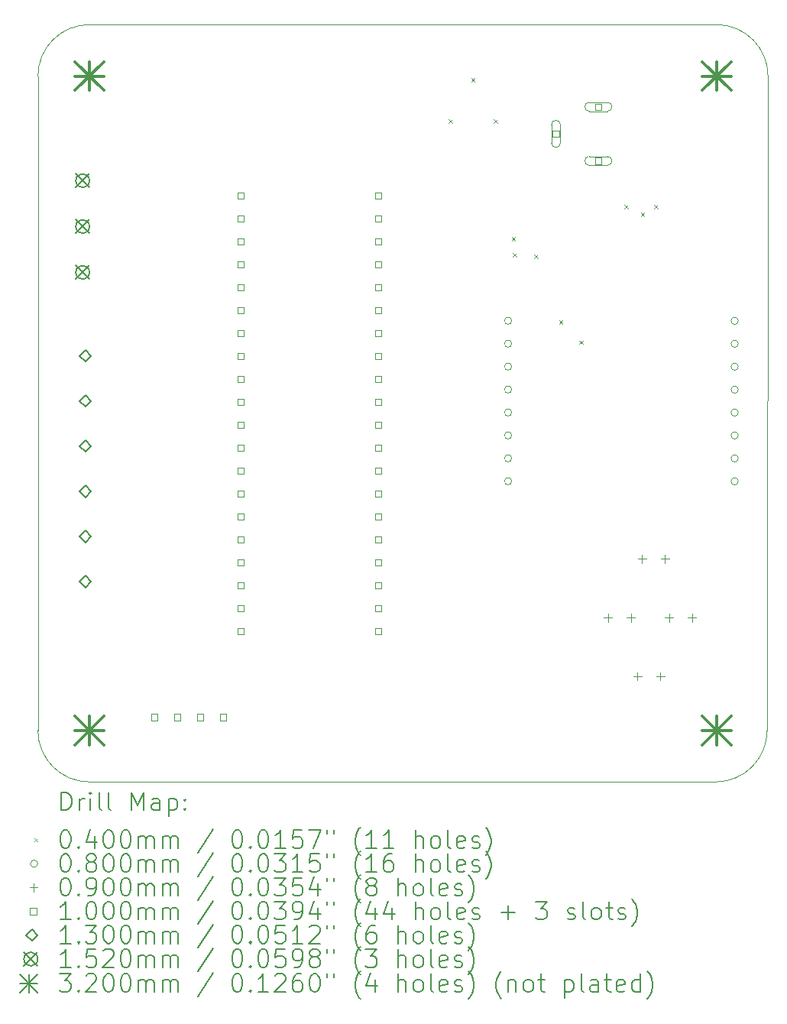
<source format=gbr>
%TF.GenerationSoftware,KiCad,Pcbnew,8.0.4*%
%TF.CreationDate,2024-07-20T22:01:12+05:30*%
%TF.ProjectId,OTAPS,4f544150-532e-46b6-9963-61645f706362,1*%
%TF.SameCoordinates,Original*%
%TF.FileFunction,Drillmap*%
%TF.FilePolarity,Positive*%
%FSLAX45Y45*%
G04 Gerber Fmt 4.5, Leading zero omitted, Abs format (unit mm)*
G04 Created by KiCad (PCBNEW 8.0.4) date 2024-07-20 22:01:12*
%MOMM*%
%LPD*%
G01*
G04 APERTURE LIST*
%ADD10C,0.050000*%
%ADD11C,0.200000*%
%ADD12C,0.100000*%
%ADD13C,0.130000*%
%ADD14C,0.152000*%
%ADD15C,0.320000*%
G04 APERTURE END LIST*
D10*
X10979912Y-12850000D02*
X10979912Y-5600000D01*
X18490000Y-13420088D02*
X11550000Y-13420088D01*
X19070088Y-5600000D02*
X19060088Y-12850000D01*
X11550000Y-5029912D02*
X18500000Y-5029912D01*
X19060088Y-12850000D02*
G75*
G02*
X18490000Y-13420088I-570088J0D01*
G01*
X11550000Y-13420088D02*
G75*
G02*
X10979912Y-12850000I0J570088D01*
G01*
X18500000Y-5029912D02*
G75*
G02*
X19070088Y-5600000I0J-570088D01*
G01*
X10979912Y-5600000D02*
G75*
G02*
X11550000Y-5029912I570088J0D01*
G01*
D11*
D12*
X15530000Y-6080000D02*
X15570000Y-6120000D01*
X15570000Y-6080000D02*
X15530000Y-6120000D01*
X15780000Y-5620000D02*
X15820000Y-5660000D01*
X15820000Y-5620000D02*
X15780000Y-5660000D01*
X16030000Y-6080000D02*
X16070000Y-6120000D01*
X16070000Y-6080000D02*
X16030000Y-6120000D01*
X16230000Y-7380000D02*
X16270000Y-7420000D01*
X16270000Y-7380000D02*
X16230000Y-7420000D01*
X16240000Y-7560000D02*
X16280000Y-7600000D01*
X16280000Y-7560000D02*
X16240000Y-7600000D01*
X16480000Y-7580000D02*
X16520000Y-7620000D01*
X16520000Y-7580000D02*
X16480000Y-7620000D01*
X16755000Y-8305000D02*
X16795000Y-8345000D01*
X16795000Y-8305000D02*
X16755000Y-8345000D01*
X16980000Y-8530000D02*
X17020000Y-8570000D01*
X17020000Y-8530000D02*
X16980000Y-8570000D01*
X17480000Y-7030000D02*
X17520000Y-7070000D01*
X17520000Y-7030000D02*
X17480000Y-7070000D01*
X17660000Y-7110000D02*
X17700000Y-7150000D01*
X17700000Y-7110000D02*
X17660000Y-7150000D01*
X17810000Y-7030000D02*
X17850000Y-7070000D01*
X17850000Y-7030000D02*
X17810000Y-7070000D01*
X16230000Y-8311000D02*
G75*
G02*
X16150000Y-8311000I-40000J0D01*
G01*
X16150000Y-8311000D02*
G75*
G02*
X16230000Y-8311000I40000J0D01*
G01*
X16230000Y-8565000D02*
G75*
G02*
X16150000Y-8565000I-40000J0D01*
G01*
X16150000Y-8565000D02*
G75*
G02*
X16230000Y-8565000I40000J0D01*
G01*
X16230000Y-8819000D02*
G75*
G02*
X16150000Y-8819000I-40000J0D01*
G01*
X16150000Y-8819000D02*
G75*
G02*
X16230000Y-8819000I40000J0D01*
G01*
X16230000Y-9073000D02*
G75*
G02*
X16150000Y-9073000I-40000J0D01*
G01*
X16150000Y-9073000D02*
G75*
G02*
X16230000Y-9073000I40000J0D01*
G01*
X16230000Y-9327000D02*
G75*
G02*
X16150000Y-9327000I-40000J0D01*
G01*
X16150000Y-9327000D02*
G75*
G02*
X16230000Y-9327000I40000J0D01*
G01*
X16230000Y-9581000D02*
G75*
G02*
X16150000Y-9581000I-40000J0D01*
G01*
X16150000Y-9581000D02*
G75*
G02*
X16230000Y-9581000I40000J0D01*
G01*
X16230000Y-9835000D02*
G75*
G02*
X16150000Y-9835000I-40000J0D01*
G01*
X16150000Y-9835000D02*
G75*
G02*
X16230000Y-9835000I40000J0D01*
G01*
X16230000Y-10089000D02*
G75*
G02*
X16150000Y-10089000I-40000J0D01*
G01*
X16150000Y-10089000D02*
G75*
G02*
X16230000Y-10089000I40000J0D01*
G01*
X18740000Y-8311000D02*
G75*
G02*
X18660000Y-8311000I-40000J0D01*
G01*
X18660000Y-8311000D02*
G75*
G02*
X18740000Y-8311000I40000J0D01*
G01*
X18740000Y-8565000D02*
G75*
G02*
X18660000Y-8565000I-40000J0D01*
G01*
X18660000Y-8565000D02*
G75*
G02*
X18740000Y-8565000I40000J0D01*
G01*
X18740000Y-8819000D02*
G75*
G02*
X18660000Y-8819000I-40000J0D01*
G01*
X18660000Y-8819000D02*
G75*
G02*
X18740000Y-8819000I40000J0D01*
G01*
X18740000Y-9073000D02*
G75*
G02*
X18660000Y-9073000I-40000J0D01*
G01*
X18660000Y-9073000D02*
G75*
G02*
X18740000Y-9073000I40000J0D01*
G01*
X18740000Y-9327000D02*
G75*
G02*
X18660000Y-9327000I-40000J0D01*
G01*
X18660000Y-9327000D02*
G75*
G02*
X18740000Y-9327000I40000J0D01*
G01*
X18740000Y-9581000D02*
G75*
G02*
X18660000Y-9581000I-40000J0D01*
G01*
X18660000Y-9581000D02*
G75*
G02*
X18740000Y-9581000I40000J0D01*
G01*
X18740000Y-9835000D02*
G75*
G02*
X18660000Y-9835000I-40000J0D01*
G01*
X18660000Y-9835000D02*
G75*
G02*
X18740000Y-9835000I40000J0D01*
G01*
X18740000Y-10089000D02*
G75*
G02*
X18660000Y-10089000I-40000J0D01*
G01*
X18660000Y-10089000D02*
G75*
G02*
X18740000Y-10089000I40000J0D01*
G01*
X17296000Y-11555000D02*
X17296000Y-11645000D01*
X17251000Y-11600000D02*
X17341000Y-11600000D01*
X17550000Y-11555000D02*
X17550000Y-11645000D01*
X17505000Y-11600000D02*
X17595000Y-11600000D01*
X17623500Y-12205000D02*
X17623500Y-12295000D01*
X17578500Y-12250000D02*
X17668500Y-12250000D01*
X17673500Y-10905000D02*
X17673500Y-10995000D01*
X17628500Y-10950000D02*
X17718500Y-10950000D01*
X17877500Y-12205000D02*
X17877500Y-12295000D01*
X17832500Y-12250000D02*
X17922500Y-12250000D01*
X17927500Y-10905000D02*
X17927500Y-10995000D01*
X17882500Y-10950000D02*
X17972500Y-10950000D01*
X17972500Y-11555000D02*
X17972500Y-11645000D01*
X17927500Y-11600000D02*
X18017500Y-11600000D01*
X18226500Y-11555000D02*
X18226500Y-11645000D01*
X18181500Y-11600000D02*
X18271500Y-11600000D01*
X12303356Y-12737856D02*
X12303356Y-12667144D01*
X12232644Y-12667144D01*
X12232644Y-12737856D01*
X12303356Y-12737856D01*
X12557356Y-12737856D02*
X12557356Y-12667144D01*
X12486644Y-12667144D01*
X12486644Y-12737856D01*
X12557356Y-12737856D01*
X12811356Y-12737856D02*
X12811356Y-12667144D01*
X12740644Y-12667144D01*
X12740644Y-12737856D01*
X12811356Y-12737856D01*
X13065356Y-12737856D02*
X13065356Y-12667144D01*
X12994644Y-12667144D01*
X12994644Y-12737856D01*
X13065356Y-12737856D01*
X13260356Y-6961356D02*
X13260356Y-6890644D01*
X13189644Y-6890644D01*
X13189644Y-6961356D01*
X13260356Y-6961356D01*
X13260356Y-7215356D02*
X13260356Y-7144644D01*
X13189644Y-7144644D01*
X13189644Y-7215356D01*
X13260356Y-7215356D01*
X13260356Y-7469356D02*
X13260356Y-7398644D01*
X13189644Y-7398644D01*
X13189644Y-7469356D01*
X13260356Y-7469356D01*
X13260356Y-7723356D02*
X13260356Y-7652644D01*
X13189644Y-7652644D01*
X13189644Y-7723356D01*
X13260356Y-7723356D01*
X13260356Y-7977356D02*
X13260356Y-7906644D01*
X13189644Y-7906644D01*
X13189644Y-7977356D01*
X13260356Y-7977356D01*
X13260356Y-8231356D02*
X13260356Y-8160644D01*
X13189644Y-8160644D01*
X13189644Y-8231356D01*
X13260356Y-8231356D01*
X13260356Y-8485356D02*
X13260356Y-8414644D01*
X13189644Y-8414644D01*
X13189644Y-8485356D01*
X13260356Y-8485356D01*
X13260356Y-8739356D02*
X13260356Y-8668644D01*
X13189644Y-8668644D01*
X13189644Y-8739356D01*
X13260356Y-8739356D01*
X13260356Y-8993356D02*
X13260356Y-8922644D01*
X13189644Y-8922644D01*
X13189644Y-8993356D01*
X13260356Y-8993356D01*
X13260356Y-9247356D02*
X13260356Y-9176644D01*
X13189644Y-9176644D01*
X13189644Y-9247356D01*
X13260356Y-9247356D01*
X13260356Y-9501356D02*
X13260356Y-9430644D01*
X13189644Y-9430644D01*
X13189644Y-9501356D01*
X13260356Y-9501356D01*
X13260356Y-9755356D02*
X13260356Y-9684644D01*
X13189644Y-9684644D01*
X13189644Y-9755356D01*
X13260356Y-9755356D01*
X13260356Y-10009356D02*
X13260356Y-9938644D01*
X13189644Y-9938644D01*
X13189644Y-10009356D01*
X13260356Y-10009356D01*
X13260356Y-10263356D02*
X13260356Y-10192644D01*
X13189644Y-10192644D01*
X13189644Y-10263356D01*
X13260356Y-10263356D01*
X13260356Y-10517356D02*
X13260356Y-10446644D01*
X13189644Y-10446644D01*
X13189644Y-10517356D01*
X13260356Y-10517356D01*
X13260356Y-10771356D02*
X13260356Y-10700644D01*
X13189644Y-10700644D01*
X13189644Y-10771356D01*
X13260356Y-10771356D01*
X13260356Y-11025356D02*
X13260356Y-10954644D01*
X13189644Y-10954644D01*
X13189644Y-11025356D01*
X13260356Y-11025356D01*
X13260356Y-11279356D02*
X13260356Y-11208644D01*
X13189644Y-11208644D01*
X13189644Y-11279356D01*
X13260356Y-11279356D01*
X13260356Y-11533356D02*
X13260356Y-11462644D01*
X13189644Y-11462644D01*
X13189644Y-11533356D01*
X13260356Y-11533356D01*
X13260356Y-11787356D02*
X13260356Y-11716644D01*
X13189644Y-11716644D01*
X13189644Y-11787356D01*
X13260356Y-11787356D01*
X14784356Y-6961356D02*
X14784356Y-6890644D01*
X14713644Y-6890644D01*
X14713644Y-6961356D01*
X14784356Y-6961356D01*
X14784356Y-7215356D02*
X14784356Y-7144644D01*
X14713644Y-7144644D01*
X14713644Y-7215356D01*
X14784356Y-7215356D01*
X14784356Y-7469356D02*
X14784356Y-7398644D01*
X14713644Y-7398644D01*
X14713644Y-7469356D01*
X14784356Y-7469356D01*
X14784356Y-7723356D02*
X14784356Y-7652644D01*
X14713644Y-7652644D01*
X14713644Y-7723356D01*
X14784356Y-7723356D01*
X14784356Y-7977356D02*
X14784356Y-7906644D01*
X14713644Y-7906644D01*
X14713644Y-7977356D01*
X14784356Y-7977356D01*
X14784356Y-8231356D02*
X14784356Y-8160644D01*
X14713644Y-8160644D01*
X14713644Y-8231356D01*
X14784356Y-8231356D01*
X14784356Y-8485356D02*
X14784356Y-8414644D01*
X14713644Y-8414644D01*
X14713644Y-8485356D01*
X14784356Y-8485356D01*
X14784356Y-8739356D02*
X14784356Y-8668644D01*
X14713644Y-8668644D01*
X14713644Y-8739356D01*
X14784356Y-8739356D01*
X14784356Y-8993356D02*
X14784356Y-8922644D01*
X14713644Y-8922644D01*
X14713644Y-8993356D01*
X14784356Y-8993356D01*
X14784356Y-9247356D02*
X14784356Y-9176644D01*
X14713644Y-9176644D01*
X14713644Y-9247356D01*
X14784356Y-9247356D01*
X14784356Y-9501356D02*
X14784356Y-9430644D01*
X14713644Y-9430644D01*
X14713644Y-9501356D01*
X14784356Y-9501356D01*
X14784356Y-9755356D02*
X14784356Y-9684644D01*
X14713644Y-9684644D01*
X14713644Y-9755356D01*
X14784356Y-9755356D01*
X14784356Y-10009356D02*
X14784356Y-9938644D01*
X14713644Y-9938644D01*
X14713644Y-10009356D01*
X14784356Y-10009356D01*
X14784356Y-10263356D02*
X14784356Y-10192644D01*
X14713644Y-10192644D01*
X14713644Y-10263356D01*
X14784356Y-10263356D01*
X14784356Y-10517356D02*
X14784356Y-10446644D01*
X14713644Y-10446644D01*
X14713644Y-10517356D01*
X14784356Y-10517356D01*
X14784356Y-10771356D02*
X14784356Y-10700644D01*
X14713644Y-10700644D01*
X14713644Y-10771356D01*
X14784356Y-10771356D01*
X14784356Y-11025356D02*
X14784356Y-10954644D01*
X14713644Y-10954644D01*
X14713644Y-11025356D01*
X14784356Y-11025356D01*
X14784356Y-11279356D02*
X14784356Y-11208644D01*
X14713644Y-11208644D01*
X14713644Y-11279356D01*
X14784356Y-11279356D01*
X14784356Y-11533356D02*
X14784356Y-11462644D01*
X14713644Y-11462644D01*
X14713644Y-11533356D01*
X14784356Y-11533356D01*
X14784356Y-11787356D02*
X14784356Y-11716644D01*
X14713644Y-11716644D01*
X14713644Y-11787356D01*
X14784356Y-11787356D01*
X16755356Y-6275356D02*
X16755356Y-6204644D01*
X16684644Y-6204644D01*
X16684644Y-6275356D01*
X16755356Y-6275356D01*
X16670000Y-6140000D02*
X16670000Y-6340000D01*
X16770000Y-6340000D02*
G75*
G02*
X16670000Y-6340000I-50000J0D01*
G01*
X16770000Y-6340000D02*
X16770000Y-6140000D01*
X16770000Y-6140000D02*
G75*
G03*
X16670000Y-6140000I-50000J0D01*
G01*
X17225356Y-5975356D02*
X17225356Y-5904644D01*
X17154644Y-5904644D01*
X17154644Y-5975356D01*
X17225356Y-5975356D01*
X17290000Y-5890000D02*
X17090000Y-5890000D01*
X17090000Y-5990000D02*
G75*
G02*
X17090000Y-5890000I0J50000D01*
G01*
X17090000Y-5990000D02*
X17290000Y-5990000D01*
X17290000Y-5990000D02*
G75*
G03*
X17290000Y-5890000I0J50000D01*
G01*
X17225356Y-6575356D02*
X17225356Y-6504644D01*
X17154644Y-6504644D01*
X17154644Y-6575356D01*
X17225356Y-6575356D01*
X17290000Y-6490000D02*
X17090000Y-6490000D01*
X17090000Y-6590000D02*
G75*
G02*
X17090000Y-6490000I0J50000D01*
G01*
X17090000Y-6590000D02*
X17290000Y-6590000D01*
X17290000Y-6590000D02*
G75*
G03*
X17290000Y-6490000I0J50000D01*
G01*
D13*
X11505500Y-8765000D02*
X11570500Y-8700000D01*
X11505500Y-8635000D01*
X11440500Y-8700000D01*
X11505500Y-8765000D01*
X11505500Y-9265000D02*
X11570500Y-9200000D01*
X11505500Y-9135000D01*
X11440500Y-9200000D01*
X11505500Y-9265000D01*
X11505500Y-9765000D02*
X11570500Y-9700000D01*
X11505500Y-9635000D01*
X11440500Y-9700000D01*
X11505500Y-9765000D01*
X11505500Y-10265000D02*
X11570500Y-10200000D01*
X11505500Y-10135000D01*
X11440500Y-10200000D01*
X11505500Y-10265000D01*
X11505500Y-10765000D02*
X11570500Y-10700000D01*
X11505500Y-10635000D01*
X11440500Y-10700000D01*
X11505500Y-10765000D01*
X11505500Y-11265000D02*
X11570500Y-11200000D01*
X11505500Y-11135000D01*
X11440500Y-11200000D01*
X11505500Y-11265000D01*
D14*
X11399000Y-6683000D02*
X11551000Y-6835000D01*
X11551000Y-6683000D02*
X11399000Y-6835000D01*
X11551000Y-6759000D02*
G75*
G02*
X11399000Y-6759000I-76000J0D01*
G01*
X11399000Y-6759000D02*
G75*
G02*
X11551000Y-6759000I76000J0D01*
G01*
X11399000Y-7191000D02*
X11551000Y-7343000D01*
X11551000Y-7191000D02*
X11399000Y-7343000D01*
X11551000Y-7267000D02*
G75*
G02*
X11399000Y-7267000I-76000J0D01*
G01*
X11399000Y-7267000D02*
G75*
G02*
X11551000Y-7267000I76000J0D01*
G01*
X11399000Y-7699000D02*
X11551000Y-7851000D01*
X11551000Y-7699000D02*
X11399000Y-7851000D01*
X11551000Y-7775000D02*
G75*
G02*
X11399000Y-7775000I-76000J0D01*
G01*
X11399000Y-7775000D02*
G75*
G02*
X11551000Y-7775000I76000J0D01*
G01*
D15*
X11390000Y-5440000D02*
X11710000Y-5760000D01*
X11710000Y-5440000D02*
X11390000Y-5760000D01*
X11550000Y-5440000D02*
X11550000Y-5760000D01*
X11390000Y-5600000D02*
X11710000Y-5600000D01*
X11390000Y-12690000D02*
X11710000Y-13010000D01*
X11710000Y-12690000D02*
X11390000Y-13010000D01*
X11550000Y-12690000D02*
X11550000Y-13010000D01*
X11390000Y-12850000D02*
X11710000Y-12850000D01*
X18340000Y-5440000D02*
X18660000Y-5760000D01*
X18660000Y-5440000D02*
X18340000Y-5760000D01*
X18500000Y-5440000D02*
X18500000Y-5760000D01*
X18340000Y-5600000D02*
X18660000Y-5600000D01*
X18340000Y-12690000D02*
X18660000Y-13010000D01*
X18660000Y-12690000D02*
X18340000Y-13010000D01*
X18500000Y-12690000D02*
X18500000Y-13010000D01*
X18340000Y-12850000D02*
X18660000Y-12850000D01*
D11*
X11238189Y-13734071D02*
X11238189Y-13534071D01*
X11238189Y-13534071D02*
X11285808Y-13534071D01*
X11285808Y-13534071D02*
X11314380Y-13543595D01*
X11314380Y-13543595D02*
X11333427Y-13562643D01*
X11333427Y-13562643D02*
X11342951Y-13581690D01*
X11342951Y-13581690D02*
X11352475Y-13619786D01*
X11352475Y-13619786D02*
X11352475Y-13648357D01*
X11352475Y-13648357D02*
X11342951Y-13686452D01*
X11342951Y-13686452D02*
X11333427Y-13705500D01*
X11333427Y-13705500D02*
X11314380Y-13724548D01*
X11314380Y-13724548D02*
X11285808Y-13734071D01*
X11285808Y-13734071D02*
X11238189Y-13734071D01*
X11438189Y-13734071D02*
X11438189Y-13600738D01*
X11438189Y-13638833D02*
X11447713Y-13619786D01*
X11447713Y-13619786D02*
X11457237Y-13610262D01*
X11457237Y-13610262D02*
X11476284Y-13600738D01*
X11476284Y-13600738D02*
X11495332Y-13600738D01*
X11561999Y-13734071D02*
X11561999Y-13600738D01*
X11561999Y-13534071D02*
X11552475Y-13543595D01*
X11552475Y-13543595D02*
X11561999Y-13553119D01*
X11561999Y-13553119D02*
X11571522Y-13543595D01*
X11571522Y-13543595D02*
X11561999Y-13534071D01*
X11561999Y-13534071D02*
X11561999Y-13553119D01*
X11685808Y-13734071D02*
X11666760Y-13724548D01*
X11666760Y-13724548D02*
X11657237Y-13705500D01*
X11657237Y-13705500D02*
X11657237Y-13534071D01*
X11790570Y-13734071D02*
X11771522Y-13724548D01*
X11771522Y-13724548D02*
X11761999Y-13705500D01*
X11761999Y-13705500D02*
X11761999Y-13534071D01*
X12019141Y-13734071D02*
X12019141Y-13534071D01*
X12019141Y-13534071D02*
X12085808Y-13676928D01*
X12085808Y-13676928D02*
X12152475Y-13534071D01*
X12152475Y-13534071D02*
X12152475Y-13734071D01*
X12333427Y-13734071D02*
X12333427Y-13629309D01*
X12333427Y-13629309D02*
X12323903Y-13610262D01*
X12323903Y-13610262D02*
X12304856Y-13600738D01*
X12304856Y-13600738D02*
X12266760Y-13600738D01*
X12266760Y-13600738D02*
X12247713Y-13610262D01*
X12333427Y-13724548D02*
X12314380Y-13734071D01*
X12314380Y-13734071D02*
X12266760Y-13734071D01*
X12266760Y-13734071D02*
X12247713Y-13724548D01*
X12247713Y-13724548D02*
X12238189Y-13705500D01*
X12238189Y-13705500D02*
X12238189Y-13686452D01*
X12238189Y-13686452D02*
X12247713Y-13667405D01*
X12247713Y-13667405D02*
X12266760Y-13657881D01*
X12266760Y-13657881D02*
X12314380Y-13657881D01*
X12314380Y-13657881D02*
X12333427Y-13648357D01*
X12428665Y-13600738D02*
X12428665Y-13800738D01*
X12428665Y-13610262D02*
X12447713Y-13600738D01*
X12447713Y-13600738D02*
X12485808Y-13600738D01*
X12485808Y-13600738D02*
X12504856Y-13610262D01*
X12504856Y-13610262D02*
X12514380Y-13619786D01*
X12514380Y-13619786D02*
X12523903Y-13638833D01*
X12523903Y-13638833D02*
X12523903Y-13695976D01*
X12523903Y-13695976D02*
X12514380Y-13715024D01*
X12514380Y-13715024D02*
X12504856Y-13724548D01*
X12504856Y-13724548D02*
X12485808Y-13734071D01*
X12485808Y-13734071D02*
X12447713Y-13734071D01*
X12447713Y-13734071D02*
X12428665Y-13724548D01*
X12609618Y-13715024D02*
X12619141Y-13724548D01*
X12619141Y-13724548D02*
X12609618Y-13734071D01*
X12609618Y-13734071D02*
X12600094Y-13724548D01*
X12600094Y-13724548D02*
X12609618Y-13715024D01*
X12609618Y-13715024D02*
X12609618Y-13734071D01*
X12609618Y-13610262D02*
X12619141Y-13619786D01*
X12619141Y-13619786D02*
X12609618Y-13629309D01*
X12609618Y-13629309D02*
X12600094Y-13619786D01*
X12600094Y-13619786D02*
X12609618Y-13610262D01*
X12609618Y-13610262D02*
X12609618Y-13629309D01*
D12*
X10937412Y-14042588D02*
X10977412Y-14082588D01*
X10977412Y-14042588D02*
X10937412Y-14082588D01*
D11*
X11276284Y-13954071D02*
X11295332Y-13954071D01*
X11295332Y-13954071D02*
X11314380Y-13963595D01*
X11314380Y-13963595D02*
X11323903Y-13973119D01*
X11323903Y-13973119D02*
X11333427Y-13992167D01*
X11333427Y-13992167D02*
X11342951Y-14030262D01*
X11342951Y-14030262D02*
X11342951Y-14077881D01*
X11342951Y-14077881D02*
X11333427Y-14115976D01*
X11333427Y-14115976D02*
X11323903Y-14135024D01*
X11323903Y-14135024D02*
X11314380Y-14144548D01*
X11314380Y-14144548D02*
X11295332Y-14154071D01*
X11295332Y-14154071D02*
X11276284Y-14154071D01*
X11276284Y-14154071D02*
X11257237Y-14144548D01*
X11257237Y-14144548D02*
X11247713Y-14135024D01*
X11247713Y-14135024D02*
X11238189Y-14115976D01*
X11238189Y-14115976D02*
X11228665Y-14077881D01*
X11228665Y-14077881D02*
X11228665Y-14030262D01*
X11228665Y-14030262D02*
X11238189Y-13992167D01*
X11238189Y-13992167D02*
X11247713Y-13973119D01*
X11247713Y-13973119D02*
X11257237Y-13963595D01*
X11257237Y-13963595D02*
X11276284Y-13954071D01*
X11428665Y-14135024D02*
X11438189Y-14144548D01*
X11438189Y-14144548D02*
X11428665Y-14154071D01*
X11428665Y-14154071D02*
X11419141Y-14144548D01*
X11419141Y-14144548D02*
X11428665Y-14135024D01*
X11428665Y-14135024D02*
X11428665Y-14154071D01*
X11609618Y-14020738D02*
X11609618Y-14154071D01*
X11561999Y-13944548D02*
X11514380Y-14087405D01*
X11514380Y-14087405D02*
X11638189Y-14087405D01*
X11752475Y-13954071D02*
X11771522Y-13954071D01*
X11771522Y-13954071D02*
X11790570Y-13963595D01*
X11790570Y-13963595D02*
X11800094Y-13973119D01*
X11800094Y-13973119D02*
X11809618Y-13992167D01*
X11809618Y-13992167D02*
X11819141Y-14030262D01*
X11819141Y-14030262D02*
X11819141Y-14077881D01*
X11819141Y-14077881D02*
X11809618Y-14115976D01*
X11809618Y-14115976D02*
X11800094Y-14135024D01*
X11800094Y-14135024D02*
X11790570Y-14144548D01*
X11790570Y-14144548D02*
X11771522Y-14154071D01*
X11771522Y-14154071D02*
X11752475Y-14154071D01*
X11752475Y-14154071D02*
X11733427Y-14144548D01*
X11733427Y-14144548D02*
X11723903Y-14135024D01*
X11723903Y-14135024D02*
X11714380Y-14115976D01*
X11714380Y-14115976D02*
X11704856Y-14077881D01*
X11704856Y-14077881D02*
X11704856Y-14030262D01*
X11704856Y-14030262D02*
X11714380Y-13992167D01*
X11714380Y-13992167D02*
X11723903Y-13973119D01*
X11723903Y-13973119D02*
X11733427Y-13963595D01*
X11733427Y-13963595D02*
X11752475Y-13954071D01*
X11942951Y-13954071D02*
X11961999Y-13954071D01*
X11961999Y-13954071D02*
X11981046Y-13963595D01*
X11981046Y-13963595D02*
X11990570Y-13973119D01*
X11990570Y-13973119D02*
X12000094Y-13992167D01*
X12000094Y-13992167D02*
X12009618Y-14030262D01*
X12009618Y-14030262D02*
X12009618Y-14077881D01*
X12009618Y-14077881D02*
X12000094Y-14115976D01*
X12000094Y-14115976D02*
X11990570Y-14135024D01*
X11990570Y-14135024D02*
X11981046Y-14144548D01*
X11981046Y-14144548D02*
X11961999Y-14154071D01*
X11961999Y-14154071D02*
X11942951Y-14154071D01*
X11942951Y-14154071D02*
X11923903Y-14144548D01*
X11923903Y-14144548D02*
X11914380Y-14135024D01*
X11914380Y-14135024D02*
X11904856Y-14115976D01*
X11904856Y-14115976D02*
X11895332Y-14077881D01*
X11895332Y-14077881D02*
X11895332Y-14030262D01*
X11895332Y-14030262D02*
X11904856Y-13992167D01*
X11904856Y-13992167D02*
X11914380Y-13973119D01*
X11914380Y-13973119D02*
X11923903Y-13963595D01*
X11923903Y-13963595D02*
X11942951Y-13954071D01*
X12095332Y-14154071D02*
X12095332Y-14020738D01*
X12095332Y-14039786D02*
X12104856Y-14030262D01*
X12104856Y-14030262D02*
X12123903Y-14020738D01*
X12123903Y-14020738D02*
X12152475Y-14020738D01*
X12152475Y-14020738D02*
X12171522Y-14030262D01*
X12171522Y-14030262D02*
X12181046Y-14049309D01*
X12181046Y-14049309D02*
X12181046Y-14154071D01*
X12181046Y-14049309D02*
X12190570Y-14030262D01*
X12190570Y-14030262D02*
X12209618Y-14020738D01*
X12209618Y-14020738D02*
X12238189Y-14020738D01*
X12238189Y-14020738D02*
X12257237Y-14030262D01*
X12257237Y-14030262D02*
X12266761Y-14049309D01*
X12266761Y-14049309D02*
X12266761Y-14154071D01*
X12361999Y-14154071D02*
X12361999Y-14020738D01*
X12361999Y-14039786D02*
X12371522Y-14030262D01*
X12371522Y-14030262D02*
X12390570Y-14020738D01*
X12390570Y-14020738D02*
X12419142Y-14020738D01*
X12419142Y-14020738D02*
X12438189Y-14030262D01*
X12438189Y-14030262D02*
X12447713Y-14049309D01*
X12447713Y-14049309D02*
X12447713Y-14154071D01*
X12447713Y-14049309D02*
X12457237Y-14030262D01*
X12457237Y-14030262D02*
X12476284Y-14020738D01*
X12476284Y-14020738D02*
X12504856Y-14020738D01*
X12504856Y-14020738D02*
X12523903Y-14030262D01*
X12523903Y-14030262D02*
X12533427Y-14049309D01*
X12533427Y-14049309D02*
X12533427Y-14154071D01*
X12923903Y-13944548D02*
X12752475Y-14201690D01*
X13181046Y-13954071D02*
X13200094Y-13954071D01*
X13200094Y-13954071D02*
X13219142Y-13963595D01*
X13219142Y-13963595D02*
X13228665Y-13973119D01*
X13228665Y-13973119D02*
X13238189Y-13992167D01*
X13238189Y-13992167D02*
X13247713Y-14030262D01*
X13247713Y-14030262D02*
X13247713Y-14077881D01*
X13247713Y-14077881D02*
X13238189Y-14115976D01*
X13238189Y-14115976D02*
X13228665Y-14135024D01*
X13228665Y-14135024D02*
X13219142Y-14144548D01*
X13219142Y-14144548D02*
X13200094Y-14154071D01*
X13200094Y-14154071D02*
X13181046Y-14154071D01*
X13181046Y-14154071D02*
X13161999Y-14144548D01*
X13161999Y-14144548D02*
X13152475Y-14135024D01*
X13152475Y-14135024D02*
X13142951Y-14115976D01*
X13142951Y-14115976D02*
X13133427Y-14077881D01*
X13133427Y-14077881D02*
X13133427Y-14030262D01*
X13133427Y-14030262D02*
X13142951Y-13992167D01*
X13142951Y-13992167D02*
X13152475Y-13973119D01*
X13152475Y-13973119D02*
X13161999Y-13963595D01*
X13161999Y-13963595D02*
X13181046Y-13954071D01*
X13333427Y-14135024D02*
X13342951Y-14144548D01*
X13342951Y-14144548D02*
X13333427Y-14154071D01*
X13333427Y-14154071D02*
X13323904Y-14144548D01*
X13323904Y-14144548D02*
X13333427Y-14135024D01*
X13333427Y-14135024D02*
X13333427Y-14154071D01*
X13466761Y-13954071D02*
X13485808Y-13954071D01*
X13485808Y-13954071D02*
X13504856Y-13963595D01*
X13504856Y-13963595D02*
X13514380Y-13973119D01*
X13514380Y-13973119D02*
X13523904Y-13992167D01*
X13523904Y-13992167D02*
X13533427Y-14030262D01*
X13533427Y-14030262D02*
X13533427Y-14077881D01*
X13533427Y-14077881D02*
X13523904Y-14115976D01*
X13523904Y-14115976D02*
X13514380Y-14135024D01*
X13514380Y-14135024D02*
X13504856Y-14144548D01*
X13504856Y-14144548D02*
X13485808Y-14154071D01*
X13485808Y-14154071D02*
X13466761Y-14154071D01*
X13466761Y-14154071D02*
X13447713Y-14144548D01*
X13447713Y-14144548D02*
X13438189Y-14135024D01*
X13438189Y-14135024D02*
X13428665Y-14115976D01*
X13428665Y-14115976D02*
X13419142Y-14077881D01*
X13419142Y-14077881D02*
X13419142Y-14030262D01*
X13419142Y-14030262D02*
X13428665Y-13992167D01*
X13428665Y-13992167D02*
X13438189Y-13973119D01*
X13438189Y-13973119D02*
X13447713Y-13963595D01*
X13447713Y-13963595D02*
X13466761Y-13954071D01*
X13723904Y-14154071D02*
X13609618Y-14154071D01*
X13666761Y-14154071D02*
X13666761Y-13954071D01*
X13666761Y-13954071D02*
X13647713Y-13982643D01*
X13647713Y-13982643D02*
X13628665Y-14001690D01*
X13628665Y-14001690D02*
X13609618Y-14011214D01*
X13904856Y-13954071D02*
X13809618Y-13954071D01*
X13809618Y-13954071D02*
X13800094Y-14049309D01*
X13800094Y-14049309D02*
X13809618Y-14039786D01*
X13809618Y-14039786D02*
X13828665Y-14030262D01*
X13828665Y-14030262D02*
X13876285Y-14030262D01*
X13876285Y-14030262D02*
X13895332Y-14039786D01*
X13895332Y-14039786D02*
X13904856Y-14049309D01*
X13904856Y-14049309D02*
X13914380Y-14068357D01*
X13914380Y-14068357D02*
X13914380Y-14115976D01*
X13914380Y-14115976D02*
X13904856Y-14135024D01*
X13904856Y-14135024D02*
X13895332Y-14144548D01*
X13895332Y-14144548D02*
X13876285Y-14154071D01*
X13876285Y-14154071D02*
X13828665Y-14154071D01*
X13828665Y-14154071D02*
X13809618Y-14144548D01*
X13809618Y-14144548D02*
X13800094Y-14135024D01*
X13981046Y-13954071D02*
X14114380Y-13954071D01*
X14114380Y-13954071D02*
X14028665Y-14154071D01*
X14181046Y-13954071D02*
X14181046Y-13992167D01*
X14257237Y-13954071D02*
X14257237Y-13992167D01*
X14552475Y-14230262D02*
X14542951Y-14220738D01*
X14542951Y-14220738D02*
X14523904Y-14192167D01*
X14523904Y-14192167D02*
X14514380Y-14173119D01*
X14514380Y-14173119D02*
X14504856Y-14144548D01*
X14504856Y-14144548D02*
X14495332Y-14096928D01*
X14495332Y-14096928D02*
X14495332Y-14058833D01*
X14495332Y-14058833D02*
X14504856Y-14011214D01*
X14504856Y-14011214D02*
X14514380Y-13982643D01*
X14514380Y-13982643D02*
X14523904Y-13963595D01*
X14523904Y-13963595D02*
X14542951Y-13935024D01*
X14542951Y-13935024D02*
X14552475Y-13925500D01*
X14733427Y-14154071D02*
X14619142Y-14154071D01*
X14676285Y-14154071D02*
X14676285Y-13954071D01*
X14676285Y-13954071D02*
X14657237Y-13982643D01*
X14657237Y-13982643D02*
X14638189Y-14001690D01*
X14638189Y-14001690D02*
X14619142Y-14011214D01*
X14923904Y-14154071D02*
X14809618Y-14154071D01*
X14866761Y-14154071D02*
X14866761Y-13954071D01*
X14866761Y-13954071D02*
X14847713Y-13982643D01*
X14847713Y-13982643D02*
X14828666Y-14001690D01*
X14828666Y-14001690D02*
X14809618Y-14011214D01*
X15161999Y-14154071D02*
X15161999Y-13954071D01*
X15247713Y-14154071D02*
X15247713Y-14049309D01*
X15247713Y-14049309D02*
X15238189Y-14030262D01*
X15238189Y-14030262D02*
X15219142Y-14020738D01*
X15219142Y-14020738D02*
X15190570Y-14020738D01*
X15190570Y-14020738D02*
X15171523Y-14030262D01*
X15171523Y-14030262D02*
X15161999Y-14039786D01*
X15371523Y-14154071D02*
X15352475Y-14144548D01*
X15352475Y-14144548D02*
X15342951Y-14135024D01*
X15342951Y-14135024D02*
X15333428Y-14115976D01*
X15333428Y-14115976D02*
X15333428Y-14058833D01*
X15333428Y-14058833D02*
X15342951Y-14039786D01*
X15342951Y-14039786D02*
X15352475Y-14030262D01*
X15352475Y-14030262D02*
X15371523Y-14020738D01*
X15371523Y-14020738D02*
X15400094Y-14020738D01*
X15400094Y-14020738D02*
X15419142Y-14030262D01*
X15419142Y-14030262D02*
X15428666Y-14039786D01*
X15428666Y-14039786D02*
X15438189Y-14058833D01*
X15438189Y-14058833D02*
X15438189Y-14115976D01*
X15438189Y-14115976D02*
X15428666Y-14135024D01*
X15428666Y-14135024D02*
X15419142Y-14144548D01*
X15419142Y-14144548D02*
X15400094Y-14154071D01*
X15400094Y-14154071D02*
X15371523Y-14154071D01*
X15552475Y-14154071D02*
X15533428Y-14144548D01*
X15533428Y-14144548D02*
X15523904Y-14125500D01*
X15523904Y-14125500D02*
X15523904Y-13954071D01*
X15704856Y-14144548D02*
X15685809Y-14154071D01*
X15685809Y-14154071D02*
X15647713Y-14154071D01*
X15647713Y-14154071D02*
X15628666Y-14144548D01*
X15628666Y-14144548D02*
X15619142Y-14125500D01*
X15619142Y-14125500D02*
X15619142Y-14049309D01*
X15619142Y-14049309D02*
X15628666Y-14030262D01*
X15628666Y-14030262D02*
X15647713Y-14020738D01*
X15647713Y-14020738D02*
X15685809Y-14020738D01*
X15685809Y-14020738D02*
X15704856Y-14030262D01*
X15704856Y-14030262D02*
X15714380Y-14049309D01*
X15714380Y-14049309D02*
X15714380Y-14068357D01*
X15714380Y-14068357D02*
X15619142Y-14087405D01*
X15790570Y-14144548D02*
X15809618Y-14154071D01*
X15809618Y-14154071D02*
X15847713Y-14154071D01*
X15847713Y-14154071D02*
X15866761Y-14144548D01*
X15866761Y-14144548D02*
X15876285Y-14125500D01*
X15876285Y-14125500D02*
X15876285Y-14115976D01*
X15876285Y-14115976D02*
X15866761Y-14096928D01*
X15866761Y-14096928D02*
X15847713Y-14087405D01*
X15847713Y-14087405D02*
X15819142Y-14087405D01*
X15819142Y-14087405D02*
X15800094Y-14077881D01*
X15800094Y-14077881D02*
X15790570Y-14058833D01*
X15790570Y-14058833D02*
X15790570Y-14049309D01*
X15790570Y-14049309D02*
X15800094Y-14030262D01*
X15800094Y-14030262D02*
X15819142Y-14020738D01*
X15819142Y-14020738D02*
X15847713Y-14020738D01*
X15847713Y-14020738D02*
X15866761Y-14030262D01*
X15942951Y-14230262D02*
X15952475Y-14220738D01*
X15952475Y-14220738D02*
X15971523Y-14192167D01*
X15971523Y-14192167D02*
X15981047Y-14173119D01*
X15981047Y-14173119D02*
X15990570Y-14144548D01*
X15990570Y-14144548D02*
X16000094Y-14096928D01*
X16000094Y-14096928D02*
X16000094Y-14058833D01*
X16000094Y-14058833D02*
X15990570Y-14011214D01*
X15990570Y-14011214D02*
X15981047Y-13982643D01*
X15981047Y-13982643D02*
X15971523Y-13963595D01*
X15971523Y-13963595D02*
X15952475Y-13935024D01*
X15952475Y-13935024D02*
X15942951Y-13925500D01*
D12*
X10977412Y-14326588D02*
G75*
G02*
X10897412Y-14326588I-40000J0D01*
G01*
X10897412Y-14326588D02*
G75*
G02*
X10977412Y-14326588I40000J0D01*
G01*
D11*
X11276284Y-14218071D02*
X11295332Y-14218071D01*
X11295332Y-14218071D02*
X11314380Y-14227595D01*
X11314380Y-14227595D02*
X11323903Y-14237119D01*
X11323903Y-14237119D02*
X11333427Y-14256167D01*
X11333427Y-14256167D02*
X11342951Y-14294262D01*
X11342951Y-14294262D02*
X11342951Y-14341881D01*
X11342951Y-14341881D02*
X11333427Y-14379976D01*
X11333427Y-14379976D02*
X11323903Y-14399024D01*
X11323903Y-14399024D02*
X11314380Y-14408548D01*
X11314380Y-14408548D02*
X11295332Y-14418071D01*
X11295332Y-14418071D02*
X11276284Y-14418071D01*
X11276284Y-14418071D02*
X11257237Y-14408548D01*
X11257237Y-14408548D02*
X11247713Y-14399024D01*
X11247713Y-14399024D02*
X11238189Y-14379976D01*
X11238189Y-14379976D02*
X11228665Y-14341881D01*
X11228665Y-14341881D02*
X11228665Y-14294262D01*
X11228665Y-14294262D02*
X11238189Y-14256167D01*
X11238189Y-14256167D02*
X11247713Y-14237119D01*
X11247713Y-14237119D02*
X11257237Y-14227595D01*
X11257237Y-14227595D02*
X11276284Y-14218071D01*
X11428665Y-14399024D02*
X11438189Y-14408548D01*
X11438189Y-14408548D02*
X11428665Y-14418071D01*
X11428665Y-14418071D02*
X11419141Y-14408548D01*
X11419141Y-14408548D02*
X11428665Y-14399024D01*
X11428665Y-14399024D02*
X11428665Y-14418071D01*
X11552475Y-14303786D02*
X11533427Y-14294262D01*
X11533427Y-14294262D02*
X11523903Y-14284738D01*
X11523903Y-14284738D02*
X11514380Y-14265690D01*
X11514380Y-14265690D02*
X11514380Y-14256167D01*
X11514380Y-14256167D02*
X11523903Y-14237119D01*
X11523903Y-14237119D02*
X11533427Y-14227595D01*
X11533427Y-14227595D02*
X11552475Y-14218071D01*
X11552475Y-14218071D02*
X11590570Y-14218071D01*
X11590570Y-14218071D02*
X11609618Y-14227595D01*
X11609618Y-14227595D02*
X11619141Y-14237119D01*
X11619141Y-14237119D02*
X11628665Y-14256167D01*
X11628665Y-14256167D02*
X11628665Y-14265690D01*
X11628665Y-14265690D02*
X11619141Y-14284738D01*
X11619141Y-14284738D02*
X11609618Y-14294262D01*
X11609618Y-14294262D02*
X11590570Y-14303786D01*
X11590570Y-14303786D02*
X11552475Y-14303786D01*
X11552475Y-14303786D02*
X11533427Y-14313309D01*
X11533427Y-14313309D02*
X11523903Y-14322833D01*
X11523903Y-14322833D02*
X11514380Y-14341881D01*
X11514380Y-14341881D02*
X11514380Y-14379976D01*
X11514380Y-14379976D02*
X11523903Y-14399024D01*
X11523903Y-14399024D02*
X11533427Y-14408548D01*
X11533427Y-14408548D02*
X11552475Y-14418071D01*
X11552475Y-14418071D02*
X11590570Y-14418071D01*
X11590570Y-14418071D02*
X11609618Y-14408548D01*
X11609618Y-14408548D02*
X11619141Y-14399024D01*
X11619141Y-14399024D02*
X11628665Y-14379976D01*
X11628665Y-14379976D02*
X11628665Y-14341881D01*
X11628665Y-14341881D02*
X11619141Y-14322833D01*
X11619141Y-14322833D02*
X11609618Y-14313309D01*
X11609618Y-14313309D02*
X11590570Y-14303786D01*
X11752475Y-14218071D02*
X11771522Y-14218071D01*
X11771522Y-14218071D02*
X11790570Y-14227595D01*
X11790570Y-14227595D02*
X11800094Y-14237119D01*
X11800094Y-14237119D02*
X11809618Y-14256167D01*
X11809618Y-14256167D02*
X11819141Y-14294262D01*
X11819141Y-14294262D02*
X11819141Y-14341881D01*
X11819141Y-14341881D02*
X11809618Y-14379976D01*
X11809618Y-14379976D02*
X11800094Y-14399024D01*
X11800094Y-14399024D02*
X11790570Y-14408548D01*
X11790570Y-14408548D02*
X11771522Y-14418071D01*
X11771522Y-14418071D02*
X11752475Y-14418071D01*
X11752475Y-14418071D02*
X11733427Y-14408548D01*
X11733427Y-14408548D02*
X11723903Y-14399024D01*
X11723903Y-14399024D02*
X11714380Y-14379976D01*
X11714380Y-14379976D02*
X11704856Y-14341881D01*
X11704856Y-14341881D02*
X11704856Y-14294262D01*
X11704856Y-14294262D02*
X11714380Y-14256167D01*
X11714380Y-14256167D02*
X11723903Y-14237119D01*
X11723903Y-14237119D02*
X11733427Y-14227595D01*
X11733427Y-14227595D02*
X11752475Y-14218071D01*
X11942951Y-14218071D02*
X11961999Y-14218071D01*
X11961999Y-14218071D02*
X11981046Y-14227595D01*
X11981046Y-14227595D02*
X11990570Y-14237119D01*
X11990570Y-14237119D02*
X12000094Y-14256167D01*
X12000094Y-14256167D02*
X12009618Y-14294262D01*
X12009618Y-14294262D02*
X12009618Y-14341881D01*
X12009618Y-14341881D02*
X12000094Y-14379976D01*
X12000094Y-14379976D02*
X11990570Y-14399024D01*
X11990570Y-14399024D02*
X11981046Y-14408548D01*
X11981046Y-14408548D02*
X11961999Y-14418071D01*
X11961999Y-14418071D02*
X11942951Y-14418071D01*
X11942951Y-14418071D02*
X11923903Y-14408548D01*
X11923903Y-14408548D02*
X11914380Y-14399024D01*
X11914380Y-14399024D02*
X11904856Y-14379976D01*
X11904856Y-14379976D02*
X11895332Y-14341881D01*
X11895332Y-14341881D02*
X11895332Y-14294262D01*
X11895332Y-14294262D02*
X11904856Y-14256167D01*
X11904856Y-14256167D02*
X11914380Y-14237119D01*
X11914380Y-14237119D02*
X11923903Y-14227595D01*
X11923903Y-14227595D02*
X11942951Y-14218071D01*
X12095332Y-14418071D02*
X12095332Y-14284738D01*
X12095332Y-14303786D02*
X12104856Y-14294262D01*
X12104856Y-14294262D02*
X12123903Y-14284738D01*
X12123903Y-14284738D02*
X12152475Y-14284738D01*
X12152475Y-14284738D02*
X12171522Y-14294262D01*
X12171522Y-14294262D02*
X12181046Y-14313309D01*
X12181046Y-14313309D02*
X12181046Y-14418071D01*
X12181046Y-14313309D02*
X12190570Y-14294262D01*
X12190570Y-14294262D02*
X12209618Y-14284738D01*
X12209618Y-14284738D02*
X12238189Y-14284738D01*
X12238189Y-14284738D02*
X12257237Y-14294262D01*
X12257237Y-14294262D02*
X12266761Y-14313309D01*
X12266761Y-14313309D02*
X12266761Y-14418071D01*
X12361999Y-14418071D02*
X12361999Y-14284738D01*
X12361999Y-14303786D02*
X12371522Y-14294262D01*
X12371522Y-14294262D02*
X12390570Y-14284738D01*
X12390570Y-14284738D02*
X12419142Y-14284738D01*
X12419142Y-14284738D02*
X12438189Y-14294262D01*
X12438189Y-14294262D02*
X12447713Y-14313309D01*
X12447713Y-14313309D02*
X12447713Y-14418071D01*
X12447713Y-14313309D02*
X12457237Y-14294262D01*
X12457237Y-14294262D02*
X12476284Y-14284738D01*
X12476284Y-14284738D02*
X12504856Y-14284738D01*
X12504856Y-14284738D02*
X12523903Y-14294262D01*
X12523903Y-14294262D02*
X12533427Y-14313309D01*
X12533427Y-14313309D02*
X12533427Y-14418071D01*
X12923903Y-14208548D02*
X12752475Y-14465690D01*
X13181046Y-14218071D02*
X13200094Y-14218071D01*
X13200094Y-14218071D02*
X13219142Y-14227595D01*
X13219142Y-14227595D02*
X13228665Y-14237119D01*
X13228665Y-14237119D02*
X13238189Y-14256167D01*
X13238189Y-14256167D02*
X13247713Y-14294262D01*
X13247713Y-14294262D02*
X13247713Y-14341881D01*
X13247713Y-14341881D02*
X13238189Y-14379976D01*
X13238189Y-14379976D02*
X13228665Y-14399024D01*
X13228665Y-14399024D02*
X13219142Y-14408548D01*
X13219142Y-14408548D02*
X13200094Y-14418071D01*
X13200094Y-14418071D02*
X13181046Y-14418071D01*
X13181046Y-14418071D02*
X13161999Y-14408548D01*
X13161999Y-14408548D02*
X13152475Y-14399024D01*
X13152475Y-14399024D02*
X13142951Y-14379976D01*
X13142951Y-14379976D02*
X13133427Y-14341881D01*
X13133427Y-14341881D02*
X13133427Y-14294262D01*
X13133427Y-14294262D02*
X13142951Y-14256167D01*
X13142951Y-14256167D02*
X13152475Y-14237119D01*
X13152475Y-14237119D02*
X13161999Y-14227595D01*
X13161999Y-14227595D02*
X13181046Y-14218071D01*
X13333427Y-14399024D02*
X13342951Y-14408548D01*
X13342951Y-14408548D02*
X13333427Y-14418071D01*
X13333427Y-14418071D02*
X13323904Y-14408548D01*
X13323904Y-14408548D02*
X13333427Y-14399024D01*
X13333427Y-14399024D02*
X13333427Y-14418071D01*
X13466761Y-14218071D02*
X13485808Y-14218071D01*
X13485808Y-14218071D02*
X13504856Y-14227595D01*
X13504856Y-14227595D02*
X13514380Y-14237119D01*
X13514380Y-14237119D02*
X13523904Y-14256167D01*
X13523904Y-14256167D02*
X13533427Y-14294262D01*
X13533427Y-14294262D02*
X13533427Y-14341881D01*
X13533427Y-14341881D02*
X13523904Y-14379976D01*
X13523904Y-14379976D02*
X13514380Y-14399024D01*
X13514380Y-14399024D02*
X13504856Y-14408548D01*
X13504856Y-14408548D02*
X13485808Y-14418071D01*
X13485808Y-14418071D02*
X13466761Y-14418071D01*
X13466761Y-14418071D02*
X13447713Y-14408548D01*
X13447713Y-14408548D02*
X13438189Y-14399024D01*
X13438189Y-14399024D02*
X13428665Y-14379976D01*
X13428665Y-14379976D02*
X13419142Y-14341881D01*
X13419142Y-14341881D02*
X13419142Y-14294262D01*
X13419142Y-14294262D02*
X13428665Y-14256167D01*
X13428665Y-14256167D02*
X13438189Y-14237119D01*
X13438189Y-14237119D02*
X13447713Y-14227595D01*
X13447713Y-14227595D02*
X13466761Y-14218071D01*
X13600094Y-14218071D02*
X13723904Y-14218071D01*
X13723904Y-14218071D02*
X13657237Y-14294262D01*
X13657237Y-14294262D02*
X13685808Y-14294262D01*
X13685808Y-14294262D02*
X13704856Y-14303786D01*
X13704856Y-14303786D02*
X13714380Y-14313309D01*
X13714380Y-14313309D02*
X13723904Y-14332357D01*
X13723904Y-14332357D02*
X13723904Y-14379976D01*
X13723904Y-14379976D02*
X13714380Y-14399024D01*
X13714380Y-14399024D02*
X13704856Y-14408548D01*
X13704856Y-14408548D02*
X13685808Y-14418071D01*
X13685808Y-14418071D02*
X13628665Y-14418071D01*
X13628665Y-14418071D02*
X13609618Y-14408548D01*
X13609618Y-14408548D02*
X13600094Y-14399024D01*
X13914380Y-14418071D02*
X13800094Y-14418071D01*
X13857237Y-14418071D02*
X13857237Y-14218071D01*
X13857237Y-14218071D02*
X13838189Y-14246643D01*
X13838189Y-14246643D02*
X13819142Y-14265690D01*
X13819142Y-14265690D02*
X13800094Y-14275214D01*
X14095332Y-14218071D02*
X14000094Y-14218071D01*
X14000094Y-14218071D02*
X13990570Y-14313309D01*
X13990570Y-14313309D02*
X14000094Y-14303786D01*
X14000094Y-14303786D02*
X14019142Y-14294262D01*
X14019142Y-14294262D02*
X14066761Y-14294262D01*
X14066761Y-14294262D02*
X14085808Y-14303786D01*
X14085808Y-14303786D02*
X14095332Y-14313309D01*
X14095332Y-14313309D02*
X14104856Y-14332357D01*
X14104856Y-14332357D02*
X14104856Y-14379976D01*
X14104856Y-14379976D02*
X14095332Y-14399024D01*
X14095332Y-14399024D02*
X14085808Y-14408548D01*
X14085808Y-14408548D02*
X14066761Y-14418071D01*
X14066761Y-14418071D02*
X14019142Y-14418071D01*
X14019142Y-14418071D02*
X14000094Y-14408548D01*
X14000094Y-14408548D02*
X13990570Y-14399024D01*
X14181046Y-14218071D02*
X14181046Y-14256167D01*
X14257237Y-14218071D02*
X14257237Y-14256167D01*
X14552475Y-14494262D02*
X14542951Y-14484738D01*
X14542951Y-14484738D02*
X14523904Y-14456167D01*
X14523904Y-14456167D02*
X14514380Y-14437119D01*
X14514380Y-14437119D02*
X14504856Y-14408548D01*
X14504856Y-14408548D02*
X14495332Y-14360928D01*
X14495332Y-14360928D02*
X14495332Y-14322833D01*
X14495332Y-14322833D02*
X14504856Y-14275214D01*
X14504856Y-14275214D02*
X14514380Y-14246643D01*
X14514380Y-14246643D02*
X14523904Y-14227595D01*
X14523904Y-14227595D02*
X14542951Y-14199024D01*
X14542951Y-14199024D02*
X14552475Y-14189500D01*
X14733427Y-14418071D02*
X14619142Y-14418071D01*
X14676285Y-14418071D02*
X14676285Y-14218071D01*
X14676285Y-14218071D02*
X14657237Y-14246643D01*
X14657237Y-14246643D02*
X14638189Y-14265690D01*
X14638189Y-14265690D02*
X14619142Y-14275214D01*
X14904856Y-14218071D02*
X14866761Y-14218071D01*
X14866761Y-14218071D02*
X14847713Y-14227595D01*
X14847713Y-14227595D02*
X14838189Y-14237119D01*
X14838189Y-14237119D02*
X14819142Y-14265690D01*
X14819142Y-14265690D02*
X14809618Y-14303786D01*
X14809618Y-14303786D02*
X14809618Y-14379976D01*
X14809618Y-14379976D02*
X14819142Y-14399024D01*
X14819142Y-14399024D02*
X14828666Y-14408548D01*
X14828666Y-14408548D02*
X14847713Y-14418071D01*
X14847713Y-14418071D02*
X14885808Y-14418071D01*
X14885808Y-14418071D02*
X14904856Y-14408548D01*
X14904856Y-14408548D02*
X14914380Y-14399024D01*
X14914380Y-14399024D02*
X14923904Y-14379976D01*
X14923904Y-14379976D02*
X14923904Y-14332357D01*
X14923904Y-14332357D02*
X14914380Y-14313309D01*
X14914380Y-14313309D02*
X14904856Y-14303786D01*
X14904856Y-14303786D02*
X14885808Y-14294262D01*
X14885808Y-14294262D02*
X14847713Y-14294262D01*
X14847713Y-14294262D02*
X14828666Y-14303786D01*
X14828666Y-14303786D02*
X14819142Y-14313309D01*
X14819142Y-14313309D02*
X14809618Y-14332357D01*
X15161999Y-14418071D02*
X15161999Y-14218071D01*
X15247713Y-14418071D02*
X15247713Y-14313309D01*
X15247713Y-14313309D02*
X15238189Y-14294262D01*
X15238189Y-14294262D02*
X15219142Y-14284738D01*
X15219142Y-14284738D02*
X15190570Y-14284738D01*
X15190570Y-14284738D02*
X15171523Y-14294262D01*
X15171523Y-14294262D02*
X15161999Y-14303786D01*
X15371523Y-14418071D02*
X15352475Y-14408548D01*
X15352475Y-14408548D02*
X15342951Y-14399024D01*
X15342951Y-14399024D02*
X15333428Y-14379976D01*
X15333428Y-14379976D02*
X15333428Y-14322833D01*
X15333428Y-14322833D02*
X15342951Y-14303786D01*
X15342951Y-14303786D02*
X15352475Y-14294262D01*
X15352475Y-14294262D02*
X15371523Y-14284738D01*
X15371523Y-14284738D02*
X15400094Y-14284738D01*
X15400094Y-14284738D02*
X15419142Y-14294262D01*
X15419142Y-14294262D02*
X15428666Y-14303786D01*
X15428666Y-14303786D02*
X15438189Y-14322833D01*
X15438189Y-14322833D02*
X15438189Y-14379976D01*
X15438189Y-14379976D02*
X15428666Y-14399024D01*
X15428666Y-14399024D02*
X15419142Y-14408548D01*
X15419142Y-14408548D02*
X15400094Y-14418071D01*
X15400094Y-14418071D02*
X15371523Y-14418071D01*
X15552475Y-14418071D02*
X15533428Y-14408548D01*
X15533428Y-14408548D02*
X15523904Y-14389500D01*
X15523904Y-14389500D02*
X15523904Y-14218071D01*
X15704856Y-14408548D02*
X15685809Y-14418071D01*
X15685809Y-14418071D02*
X15647713Y-14418071D01*
X15647713Y-14418071D02*
X15628666Y-14408548D01*
X15628666Y-14408548D02*
X15619142Y-14389500D01*
X15619142Y-14389500D02*
X15619142Y-14313309D01*
X15619142Y-14313309D02*
X15628666Y-14294262D01*
X15628666Y-14294262D02*
X15647713Y-14284738D01*
X15647713Y-14284738D02*
X15685809Y-14284738D01*
X15685809Y-14284738D02*
X15704856Y-14294262D01*
X15704856Y-14294262D02*
X15714380Y-14313309D01*
X15714380Y-14313309D02*
X15714380Y-14332357D01*
X15714380Y-14332357D02*
X15619142Y-14351405D01*
X15790570Y-14408548D02*
X15809618Y-14418071D01*
X15809618Y-14418071D02*
X15847713Y-14418071D01*
X15847713Y-14418071D02*
X15866761Y-14408548D01*
X15866761Y-14408548D02*
X15876285Y-14389500D01*
X15876285Y-14389500D02*
X15876285Y-14379976D01*
X15876285Y-14379976D02*
X15866761Y-14360928D01*
X15866761Y-14360928D02*
X15847713Y-14351405D01*
X15847713Y-14351405D02*
X15819142Y-14351405D01*
X15819142Y-14351405D02*
X15800094Y-14341881D01*
X15800094Y-14341881D02*
X15790570Y-14322833D01*
X15790570Y-14322833D02*
X15790570Y-14313309D01*
X15790570Y-14313309D02*
X15800094Y-14294262D01*
X15800094Y-14294262D02*
X15819142Y-14284738D01*
X15819142Y-14284738D02*
X15847713Y-14284738D01*
X15847713Y-14284738D02*
X15866761Y-14294262D01*
X15942951Y-14494262D02*
X15952475Y-14484738D01*
X15952475Y-14484738D02*
X15971523Y-14456167D01*
X15971523Y-14456167D02*
X15981047Y-14437119D01*
X15981047Y-14437119D02*
X15990570Y-14408548D01*
X15990570Y-14408548D02*
X16000094Y-14360928D01*
X16000094Y-14360928D02*
X16000094Y-14322833D01*
X16000094Y-14322833D02*
X15990570Y-14275214D01*
X15990570Y-14275214D02*
X15981047Y-14246643D01*
X15981047Y-14246643D02*
X15971523Y-14227595D01*
X15971523Y-14227595D02*
X15952475Y-14199024D01*
X15952475Y-14199024D02*
X15942951Y-14189500D01*
D12*
X10932412Y-14545588D02*
X10932412Y-14635588D01*
X10887412Y-14590588D02*
X10977412Y-14590588D01*
D11*
X11276284Y-14482071D02*
X11295332Y-14482071D01*
X11295332Y-14482071D02*
X11314380Y-14491595D01*
X11314380Y-14491595D02*
X11323903Y-14501119D01*
X11323903Y-14501119D02*
X11333427Y-14520167D01*
X11333427Y-14520167D02*
X11342951Y-14558262D01*
X11342951Y-14558262D02*
X11342951Y-14605881D01*
X11342951Y-14605881D02*
X11333427Y-14643976D01*
X11333427Y-14643976D02*
X11323903Y-14663024D01*
X11323903Y-14663024D02*
X11314380Y-14672548D01*
X11314380Y-14672548D02*
X11295332Y-14682071D01*
X11295332Y-14682071D02*
X11276284Y-14682071D01*
X11276284Y-14682071D02*
X11257237Y-14672548D01*
X11257237Y-14672548D02*
X11247713Y-14663024D01*
X11247713Y-14663024D02*
X11238189Y-14643976D01*
X11238189Y-14643976D02*
X11228665Y-14605881D01*
X11228665Y-14605881D02*
X11228665Y-14558262D01*
X11228665Y-14558262D02*
X11238189Y-14520167D01*
X11238189Y-14520167D02*
X11247713Y-14501119D01*
X11247713Y-14501119D02*
X11257237Y-14491595D01*
X11257237Y-14491595D02*
X11276284Y-14482071D01*
X11428665Y-14663024D02*
X11438189Y-14672548D01*
X11438189Y-14672548D02*
X11428665Y-14682071D01*
X11428665Y-14682071D02*
X11419141Y-14672548D01*
X11419141Y-14672548D02*
X11428665Y-14663024D01*
X11428665Y-14663024D02*
X11428665Y-14682071D01*
X11533427Y-14682071D02*
X11571522Y-14682071D01*
X11571522Y-14682071D02*
X11590570Y-14672548D01*
X11590570Y-14672548D02*
X11600094Y-14663024D01*
X11600094Y-14663024D02*
X11619141Y-14634452D01*
X11619141Y-14634452D02*
X11628665Y-14596357D01*
X11628665Y-14596357D02*
X11628665Y-14520167D01*
X11628665Y-14520167D02*
X11619141Y-14501119D01*
X11619141Y-14501119D02*
X11609618Y-14491595D01*
X11609618Y-14491595D02*
X11590570Y-14482071D01*
X11590570Y-14482071D02*
X11552475Y-14482071D01*
X11552475Y-14482071D02*
X11533427Y-14491595D01*
X11533427Y-14491595D02*
X11523903Y-14501119D01*
X11523903Y-14501119D02*
X11514380Y-14520167D01*
X11514380Y-14520167D02*
X11514380Y-14567786D01*
X11514380Y-14567786D02*
X11523903Y-14586833D01*
X11523903Y-14586833D02*
X11533427Y-14596357D01*
X11533427Y-14596357D02*
X11552475Y-14605881D01*
X11552475Y-14605881D02*
X11590570Y-14605881D01*
X11590570Y-14605881D02*
X11609618Y-14596357D01*
X11609618Y-14596357D02*
X11619141Y-14586833D01*
X11619141Y-14586833D02*
X11628665Y-14567786D01*
X11752475Y-14482071D02*
X11771522Y-14482071D01*
X11771522Y-14482071D02*
X11790570Y-14491595D01*
X11790570Y-14491595D02*
X11800094Y-14501119D01*
X11800094Y-14501119D02*
X11809618Y-14520167D01*
X11809618Y-14520167D02*
X11819141Y-14558262D01*
X11819141Y-14558262D02*
X11819141Y-14605881D01*
X11819141Y-14605881D02*
X11809618Y-14643976D01*
X11809618Y-14643976D02*
X11800094Y-14663024D01*
X11800094Y-14663024D02*
X11790570Y-14672548D01*
X11790570Y-14672548D02*
X11771522Y-14682071D01*
X11771522Y-14682071D02*
X11752475Y-14682071D01*
X11752475Y-14682071D02*
X11733427Y-14672548D01*
X11733427Y-14672548D02*
X11723903Y-14663024D01*
X11723903Y-14663024D02*
X11714380Y-14643976D01*
X11714380Y-14643976D02*
X11704856Y-14605881D01*
X11704856Y-14605881D02*
X11704856Y-14558262D01*
X11704856Y-14558262D02*
X11714380Y-14520167D01*
X11714380Y-14520167D02*
X11723903Y-14501119D01*
X11723903Y-14501119D02*
X11733427Y-14491595D01*
X11733427Y-14491595D02*
X11752475Y-14482071D01*
X11942951Y-14482071D02*
X11961999Y-14482071D01*
X11961999Y-14482071D02*
X11981046Y-14491595D01*
X11981046Y-14491595D02*
X11990570Y-14501119D01*
X11990570Y-14501119D02*
X12000094Y-14520167D01*
X12000094Y-14520167D02*
X12009618Y-14558262D01*
X12009618Y-14558262D02*
X12009618Y-14605881D01*
X12009618Y-14605881D02*
X12000094Y-14643976D01*
X12000094Y-14643976D02*
X11990570Y-14663024D01*
X11990570Y-14663024D02*
X11981046Y-14672548D01*
X11981046Y-14672548D02*
X11961999Y-14682071D01*
X11961999Y-14682071D02*
X11942951Y-14682071D01*
X11942951Y-14682071D02*
X11923903Y-14672548D01*
X11923903Y-14672548D02*
X11914380Y-14663024D01*
X11914380Y-14663024D02*
X11904856Y-14643976D01*
X11904856Y-14643976D02*
X11895332Y-14605881D01*
X11895332Y-14605881D02*
X11895332Y-14558262D01*
X11895332Y-14558262D02*
X11904856Y-14520167D01*
X11904856Y-14520167D02*
X11914380Y-14501119D01*
X11914380Y-14501119D02*
X11923903Y-14491595D01*
X11923903Y-14491595D02*
X11942951Y-14482071D01*
X12095332Y-14682071D02*
X12095332Y-14548738D01*
X12095332Y-14567786D02*
X12104856Y-14558262D01*
X12104856Y-14558262D02*
X12123903Y-14548738D01*
X12123903Y-14548738D02*
X12152475Y-14548738D01*
X12152475Y-14548738D02*
X12171522Y-14558262D01*
X12171522Y-14558262D02*
X12181046Y-14577309D01*
X12181046Y-14577309D02*
X12181046Y-14682071D01*
X12181046Y-14577309D02*
X12190570Y-14558262D01*
X12190570Y-14558262D02*
X12209618Y-14548738D01*
X12209618Y-14548738D02*
X12238189Y-14548738D01*
X12238189Y-14548738D02*
X12257237Y-14558262D01*
X12257237Y-14558262D02*
X12266761Y-14577309D01*
X12266761Y-14577309D02*
X12266761Y-14682071D01*
X12361999Y-14682071D02*
X12361999Y-14548738D01*
X12361999Y-14567786D02*
X12371522Y-14558262D01*
X12371522Y-14558262D02*
X12390570Y-14548738D01*
X12390570Y-14548738D02*
X12419142Y-14548738D01*
X12419142Y-14548738D02*
X12438189Y-14558262D01*
X12438189Y-14558262D02*
X12447713Y-14577309D01*
X12447713Y-14577309D02*
X12447713Y-14682071D01*
X12447713Y-14577309D02*
X12457237Y-14558262D01*
X12457237Y-14558262D02*
X12476284Y-14548738D01*
X12476284Y-14548738D02*
X12504856Y-14548738D01*
X12504856Y-14548738D02*
X12523903Y-14558262D01*
X12523903Y-14558262D02*
X12533427Y-14577309D01*
X12533427Y-14577309D02*
X12533427Y-14682071D01*
X12923903Y-14472548D02*
X12752475Y-14729690D01*
X13181046Y-14482071D02*
X13200094Y-14482071D01*
X13200094Y-14482071D02*
X13219142Y-14491595D01*
X13219142Y-14491595D02*
X13228665Y-14501119D01*
X13228665Y-14501119D02*
X13238189Y-14520167D01*
X13238189Y-14520167D02*
X13247713Y-14558262D01*
X13247713Y-14558262D02*
X13247713Y-14605881D01*
X13247713Y-14605881D02*
X13238189Y-14643976D01*
X13238189Y-14643976D02*
X13228665Y-14663024D01*
X13228665Y-14663024D02*
X13219142Y-14672548D01*
X13219142Y-14672548D02*
X13200094Y-14682071D01*
X13200094Y-14682071D02*
X13181046Y-14682071D01*
X13181046Y-14682071D02*
X13161999Y-14672548D01*
X13161999Y-14672548D02*
X13152475Y-14663024D01*
X13152475Y-14663024D02*
X13142951Y-14643976D01*
X13142951Y-14643976D02*
X13133427Y-14605881D01*
X13133427Y-14605881D02*
X13133427Y-14558262D01*
X13133427Y-14558262D02*
X13142951Y-14520167D01*
X13142951Y-14520167D02*
X13152475Y-14501119D01*
X13152475Y-14501119D02*
X13161999Y-14491595D01*
X13161999Y-14491595D02*
X13181046Y-14482071D01*
X13333427Y-14663024D02*
X13342951Y-14672548D01*
X13342951Y-14672548D02*
X13333427Y-14682071D01*
X13333427Y-14682071D02*
X13323904Y-14672548D01*
X13323904Y-14672548D02*
X13333427Y-14663024D01*
X13333427Y-14663024D02*
X13333427Y-14682071D01*
X13466761Y-14482071D02*
X13485808Y-14482071D01*
X13485808Y-14482071D02*
X13504856Y-14491595D01*
X13504856Y-14491595D02*
X13514380Y-14501119D01*
X13514380Y-14501119D02*
X13523904Y-14520167D01*
X13523904Y-14520167D02*
X13533427Y-14558262D01*
X13533427Y-14558262D02*
X13533427Y-14605881D01*
X13533427Y-14605881D02*
X13523904Y-14643976D01*
X13523904Y-14643976D02*
X13514380Y-14663024D01*
X13514380Y-14663024D02*
X13504856Y-14672548D01*
X13504856Y-14672548D02*
X13485808Y-14682071D01*
X13485808Y-14682071D02*
X13466761Y-14682071D01*
X13466761Y-14682071D02*
X13447713Y-14672548D01*
X13447713Y-14672548D02*
X13438189Y-14663024D01*
X13438189Y-14663024D02*
X13428665Y-14643976D01*
X13428665Y-14643976D02*
X13419142Y-14605881D01*
X13419142Y-14605881D02*
X13419142Y-14558262D01*
X13419142Y-14558262D02*
X13428665Y-14520167D01*
X13428665Y-14520167D02*
X13438189Y-14501119D01*
X13438189Y-14501119D02*
X13447713Y-14491595D01*
X13447713Y-14491595D02*
X13466761Y-14482071D01*
X13600094Y-14482071D02*
X13723904Y-14482071D01*
X13723904Y-14482071D02*
X13657237Y-14558262D01*
X13657237Y-14558262D02*
X13685808Y-14558262D01*
X13685808Y-14558262D02*
X13704856Y-14567786D01*
X13704856Y-14567786D02*
X13714380Y-14577309D01*
X13714380Y-14577309D02*
X13723904Y-14596357D01*
X13723904Y-14596357D02*
X13723904Y-14643976D01*
X13723904Y-14643976D02*
X13714380Y-14663024D01*
X13714380Y-14663024D02*
X13704856Y-14672548D01*
X13704856Y-14672548D02*
X13685808Y-14682071D01*
X13685808Y-14682071D02*
X13628665Y-14682071D01*
X13628665Y-14682071D02*
X13609618Y-14672548D01*
X13609618Y-14672548D02*
X13600094Y-14663024D01*
X13904856Y-14482071D02*
X13809618Y-14482071D01*
X13809618Y-14482071D02*
X13800094Y-14577309D01*
X13800094Y-14577309D02*
X13809618Y-14567786D01*
X13809618Y-14567786D02*
X13828665Y-14558262D01*
X13828665Y-14558262D02*
X13876285Y-14558262D01*
X13876285Y-14558262D02*
X13895332Y-14567786D01*
X13895332Y-14567786D02*
X13904856Y-14577309D01*
X13904856Y-14577309D02*
X13914380Y-14596357D01*
X13914380Y-14596357D02*
X13914380Y-14643976D01*
X13914380Y-14643976D02*
X13904856Y-14663024D01*
X13904856Y-14663024D02*
X13895332Y-14672548D01*
X13895332Y-14672548D02*
X13876285Y-14682071D01*
X13876285Y-14682071D02*
X13828665Y-14682071D01*
X13828665Y-14682071D02*
X13809618Y-14672548D01*
X13809618Y-14672548D02*
X13800094Y-14663024D01*
X14085808Y-14548738D02*
X14085808Y-14682071D01*
X14038189Y-14472548D02*
X13990570Y-14615405D01*
X13990570Y-14615405D02*
X14114380Y-14615405D01*
X14181046Y-14482071D02*
X14181046Y-14520167D01*
X14257237Y-14482071D02*
X14257237Y-14520167D01*
X14552475Y-14758262D02*
X14542951Y-14748738D01*
X14542951Y-14748738D02*
X14523904Y-14720167D01*
X14523904Y-14720167D02*
X14514380Y-14701119D01*
X14514380Y-14701119D02*
X14504856Y-14672548D01*
X14504856Y-14672548D02*
X14495332Y-14624928D01*
X14495332Y-14624928D02*
X14495332Y-14586833D01*
X14495332Y-14586833D02*
X14504856Y-14539214D01*
X14504856Y-14539214D02*
X14514380Y-14510643D01*
X14514380Y-14510643D02*
X14523904Y-14491595D01*
X14523904Y-14491595D02*
X14542951Y-14463024D01*
X14542951Y-14463024D02*
X14552475Y-14453500D01*
X14657237Y-14567786D02*
X14638189Y-14558262D01*
X14638189Y-14558262D02*
X14628666Y-14548738D01*
X14628666Y-14548738D02*
X14619142Y-14529690D01*
X14619142Y-14529690D02*
X14619142Y-14520167D01*
X14619142Y-14520167D02*
X14628666Y-14501119D01*
X14628666Y-14501119D02*
X14638189Y-14491595D01*
X14638189Y-14491595D02*
X14657237Y-14482071D01*
X14657237Y-14482071D02*
X14695332Y-14482071D01*
X14695332Y-14482071D02*
X14714380Y-14491595D01*
X14714380Y-14491595D02*
X14723904Y-14501119D01*
X14723904Y-14501119D02*
X14733427Y-14520167D01*
X14733427Y-14520167D02*
X14733427Y-14529690D01*
X14733427Y-14529690D02*
X14723904Y-14548738D01*
X14723904Y-14548738D02*
X14714380Y-14558262D01*
X14714380Y-14558262D02*
X14695332Y-14567786D01*
X14695332Y-14567786D02*
X14657237Y-14567786D01*
X14657237Y-14567786D02*
X14638189Y-14577309D01*
X14638189Y-14577309D02*
X14628666Y-14586833D01*
X14628666Y-14586833D02*
X14619142Y-14605881D01*
X14619142Y-14605881D02*
X14619142Y-14643976D01*
X14619142Y-14643976D02*
X14628666Y-14663024D01*
X14628666Y-14663024D02*
X14638189Y-14672548D01*
X14638189Y-14672548D02*
X14657237Y-14682071D01*
X14657237Y-14682071D02*
X14695332Y-14682071D01*
X14695332Y-14682071D02*
X14714380Y-14672548D01*
X14714380Y-14672548D02*
X14723904Y-14663024D01*
X14723904Y-14663024D02*
X14733427Y-14643976D01*
X14733427Y-14643976D02*
X14733427Y-14605881D01*
X14733427Y-14605881D02*
X14723904Y-14586833D01*
X14723904Y-14586833D02*
X14714380Y-14577309D01*
X14714380Y-14577309D02*
X14695332Y-14567786D01*
X14971523Y-14682071D02*
X14971523Y-14482071D01*
X15057237Y-14682071D02*
X15057237Y-14577309D01*
X15057237Y-14577309D02*
X15047713Y-14558262D01*
X15047713Y-14558262D02*
X15028666Y-14548738D01*
X15028666Y-14548738D02*
X15000094Y-14548738D01*
X15000094Y-14548738D02*
X14981047Y-14558262D01*
X14981047Y-14558262D02*
X14971523Y-14567786D01*
X15181047Y-14682071D02*
X15161999Y-14672548D01*
X15161999Y-14672548D02*
X15152475Y-14663024D01*
X15152475Y-14663024D02*
X15142951Y-14643976D01*
X15142951Y-14643976D02*
X15142951Y-14586833D01*
X15142951Y-14586833D02*
X15152475Y-14567786D01*
X15152475Y-14567786D02*
X15161999Y-14558262D01*
X15161999Y-14558262D02*
X15181047Y-14548738D01*
X15181047Y-14548738D02*
X15209618Y-14548738D01*
X15209618Y-14548738D02*
X15228666Y-14558262D01*
X15228666Y-14558262D02*
X15238189Y-14567786D01*
X15238189Y-14567786D02*
X15247713Y-14586833D01*
X15247713Y-14586833D02*
X15247713Y-14643976D01*
X15247713Y-14643976D02*
X15238189Y-14663024D01*
X15238189Y-14663024D02*
X15228666Y-14672548D01*
X15228666Y-14672548D02*
X15209618Y-14682071D01*
X15209618Y-14682071D02*
X15181047Y-14682071D01*
X15361999Y-14682071D02*
X15342951Y-14672548D01*
X15342951Y-14672548D02*
X15333428Y-14653500D01*
X15333428Y-14653500D02*
X15333428Y-14482071D01*
X15514380Y-14672548D02*
X15495332Y-14682071D01*
X15495332Y-14682071D02*
X15457237Y-14682071D01*
X15457237Y-14682071D02*
X15438189Y-14672548D01*
X15438189Y-14672548D02*
X15428666Y-14653500D01*
X15428666Y-14653500D02*
X15428666Y-14577309D01*
X15428666Y-14577309D02*
X15438189Y-14558262D01*
X15438189Y-14558262D02*
X15457237Y-14548738D01*
X15457237Y-14548738D02*
X15495332Y-14548738D01*
X15495332Y-14548738D02*
X15514380Y-14558262D01*
X15514380Y-14558262D02*
X15523904Y-14577309D01*
X15523904Y-14577309D02*
X15523904Y-14596357D01*
X15523904Y-14596357D02*
X15428666Y-14615405D01*
X15600094Y-14672548D02*
X15619142Y-14682071D01*
X15619142Y-14682071D02*
X15657237Y-14682071D01*
X15657237Y-14682071D02*
X15676285Y-14672548D01*
X15676285Y-14672548D02*
X15685809Y-14653500D01*
X15685809Y-14653500D02*
X15685809Y-14643976D01*
X15685809Y-14643976D02*
X15676285Y-14624928D01*
X15676285Y-14624928D02*
X15657237Y-14615405D01*
X15657237Y-14615405D02*
X15628666Y-14615405D01*
X15628666Y-14615405D02*
X15609618Y-14605881D01*
X15609618Y-14605881D02*
X15600094Y-14586833D01*
X15600094Y-14586833D02*
X15600094Y-14577309D01*
X15600094Y-14577309D02*
X15609618Y-14558262D01*
X15609618Y-14558262D02*
X15628666Y-14548738D01*
X15628666Y-14548738D02*
X15657237Y-14548738D01*
X15657237Y-14548738D02*
X15676285Y-14558262D01*
X15752475Y-14758262D02*
X15761999Y-14748738D01*
X15761999Y-14748738D02*
X15781047Y-14720167D01*
X15781047Y-14720167D02*
X15790570Y-14701119D01*
X15790570Y-14701119D02*
X15800094Y-14672548D01*
X15800094Y-14672548D02*
X15809618Y-14624928D01*
X15809618Y-14624928D02*
X15809618Y-14586833D01*
X15809618Y-14586833D02*
X15800094Y-14539214D01*
X15800094Y-14539214D02*
X15790570Y-14510643D01*
X15790570Y-14510643D02*
X15781047Y-14491595D01*
X15781047Y-14491595D02*
X15761999Y-14463024D01*
X15761999Y-14463024D02*
X15752475Y-14453500D01*
D12*
X10962768Y-14889943D02*
X10962768Y-14819232D01*
X10892057Y-14819232D01*
X10892057Y-14889943D01*
X10962768Y-14889943D01*
D11*
X11342951Y-14946071D02*
X11228665Y-14946071D01*
X11285808Y-14946071D02*
X11285808Y-14746071D01*
X11285808Y-14746071D02*
X11266760Y-14774643D01*
X11266760Y-14774643D02*
X11247713Y-14793690D01*
X11247713Y-14793690D02*
X11228665Y-14803214D01*
X11428665Y-14927024D02*
X11438189Y-14936548D01*
X11438189Y-14936548D02*
X11428665Y-14946071D01*
X11428665Y-14946071D02*
X11419141Y-14936548D01*
X11419141Y-14936548D02*
X11428665Y-14927024D01*
X11428665Y-14927024D02*
X11428665Y-14946071D01*
X11561999Y-14746071D02*
X11581046Y-14746071D01*
X11581046Y-14746071D02*
X11600094Y-14755595D01*
X11600094Y-14755595D02*
X11609618Y-14765119D01*
X11609618Y-14765119D02*
X11619141Y-14784167D01*
X11619141Y-14784167D02*
X11628665Y-14822262D01*
X11628665Y-14822262D02*
X11628665Y-14869881D01*
X11628665Y-14869881D02*
X11619141Y-14907976D01*
X11619141Y-14907976D02*
X11609618Y-14927024D01*
X11609618Y-14927024D02*
X11600094Y-14936548D01*
X11600094Y-14936548D02*
X11581046Y-14946071D01*
X11581046Y-14946071D02*
X11561999Y-14946071D01*
X11561999Y-14946071D02*
X11542951Y-14936548D01*
X11542951Y-14936548D02*
X11533427Y-14927024D01*
X11533427Y-14927024D02*
X11523903Y-14907976D01*
X11523903Y-14907976D02*
X11514380Y-14869881D01*
X11514380Y-14869881D02*
X11514380Y-14822262D01*
X11514380Y-14822262D02*
X11523903Y-14784167D01*
X11523903Y-14784167D02*
X11533427Y-14765119D01*
X11533427Y-14765119D02*
X11542951Y-14755595D01*
X11542951Y-14755595D02*
X11561999Y-14746071D01*
X11752475Y-14746071D02*
X11771522Y-14746071D01*
X11771522Y-14746071D02*
X11790570Y-14755595D01*
X11790570Y-14755595D02*
X11800094Y-14765119D01*
X11800094Y-14765119D02*
X11809618Y-14784167D01*
X11809618Y-14784167D02*
X11819141Y-14822262D01*
X11819141Y-14822262D02*
X11819141Y-14869881D01*
X11819141Y-14869881D02*
X11809618Y-14907976D01*
X11809618Y-14907976D02*
X11800094Y-14927024D01*
X11800094Y-14927024D02*
X11790570Y-14936548D01*
X11790570Y-14936548D02*
X11771522Y-14946071D01*
X11771522Y-14946071D02*
X11752475Y-14946071D01*
X11752475Y-14946071D02*
X11733427Y-14936548D01*
X11733427Y-14936548D02*
X11723903Y-14927024D01*
X11723903Y-14927024D02*
X11714380Y-14907976D01*
X11714380Y-14907976D02*
X11704856Y-14869881D01*
X11704856Y-14869881D02*
X11704856Y-14822262D01*
X11704856Y-14822262D02*
X11714380Y-14784167D01*
X11714380Y-14784167D02*
X11723903Y-14765119D01*
X11723903Y-14765119D02*
X11733427Y-14755595D01*
X11733427Y-14755595D02*
X11752475Y-14746071D01*
X11942951Y-14746071D02*
X11961999Y-14746071D01*
X11961999Y-14746071D02*
X11981046Y-14755595D01*
X11981046Y-14755595D02*
X11990570Y-14765119D01*
X11990570Y-14765119D02*
X12000094Y-14784167D01*
X12000094Y-14784167D02*
X12009618Y-14822262D01*
X12009618Y-14822262D02*
X12009618Y-14869881D01*
X12009618Y-14869881D02*
X12000094Y-14907976D01*
X12000094Y-14907976D02*
X11990570Y-14927024D01*
X11990570Y-14927024D02*
X11981046Y-14936548D01*
X11981046Y-14936548D02*
X11961999Y-14946071D01*
X11961999Y-14946071D02*
X11942951Y-14946071D01*
X11942951Y-14946071D02*
X11923903Y-14936548D01*
X11923903Y-14936548D02*
X11914380Y-14927024D01*
X11914380Y-14927024D02*
X11904856Y-14907976D01*
X11904856Y-14907976D02*
X11895332Y-14869881D01*
X11895332Y-14869881D02*
X11895332Y-14822262D01*
X11895332Y-14822262D02*
X11904856Y-14784167D01*
X11904856Y-14784167D02*
X11914380Y-14765119D01*
X11914380Y-14765119D02*
X11923903Y-14755595D01*
X11923903Y-14755595D02*
X11942951Y-14746071D01*
X12095332Y-14946071D02*
X12095332Y-14812738D01*
X12095332Y-14831786D02*
X12104856Y-14822262D01*
X12104856Y-14822262D02*
X12123903Y-14812738D01*
X12123903Y-14812738D02*
X12152475Y-14812738D01*
X12152475Y-14812738D02*
X12171522Y-14822262D01*
X12171522Y-14822262D02*
X12181046Y-14841309D01*
X12181046Y-14841309D02*
X12181046Y-14946071D01*
X12181046Y-14841309D02*
X12190570Y-14822262D01*
X12190570Y-14822262D02*
X12209618Y-14812738D01*
X12209618Y-14812738D02*
X12238189Y-14812738D01*
X12238189Y-14812738D02*
X12257237Y-14822262D01*
X12257237Y-14822262D02*
X12266761Y-14841309D01*
X12266761Y-14841309D02*
X12266761Y-14946071D01*
X12361999Y-14946071D02*
X12361999Y-14812738D01*
X12361999Y-14831786D02*
X12371522Y-14822262D01*
X12371522Y-14822262D02*
X12390570Y-14812738D01*
X12390570Y-14812738D02*
X12419142Y-14812738D01*
X12419142Y-14812738D02*
X12438189Y-14822262D01*
X12438189Y-14822262D02*
X12447713Y-14841309D01*
X12447713Y-14841309D02*
X12447713Y-14946071D01*
X12447713Y-14841309D02*
X12457237Y-14822262D01*
X12457237Y-14822262D02*
X12476284Y-14812738D01*
X12476284Y-14812738D02*
X12504856Y-14812738D01*
X12504856Y-14812738D02*
X12523903Y-14822262D01*
X12523903Y-14822262D02*
X12533427Y-14841309D01*
X12533427Y-14841309D02*
X12533427Y-14946071D01*
X12923903Y-14736548D02*
X12752475Y-14993690D01*
X13181046Y-14746071D02*
X13200094Y-14746071D01*
X13200094Y-14746071D02*
X13219142Y-14755595D01*
X13219142Y-14755595D02*
X13228665Y-14765119D01*
X13228665Y-14765119D02*
X13238189Y-14784167D01*
X13238189Y-14784167D02*
X13247713Y-14822262D01*
X13247713Y-14822262D02*
X13247713Y-14869881D01*
X13247713Y-14869881D02*
X13238189Y-14907976D01*
X13238189Y-14907976D02*
X13228665Y-14927024D01*
X13228665Y-14927024D02*
X13219142Y-14936548D01*
X13219142Y-14936548D02*
X13200094Y-14946071D01*
X13200094Y-14946071D02*
X13181046Y-14946071D01*
X13181046Y-14946071D02*
X13161999Y-14936548D01*
X13161999Y-14936548D02*
X13152475Y-14927024D01*
X13152475Y-14927024D02*
X13142951Y-14907976D01*
X13142951Y-14907976D02*
X13133427Y-14869881D01*
X13133427Y-14869881D02*
X13133427Y-14822262D01*
X13133427Y-14822262D02*
X13142951Y-14784167D01*
X13142951Y-14784167D02*
X13152475Y-14765119D01*
X13152475Y-14765119D02*
X13161999Y-14755595D01*
X13161999Y-14755595D02*
X13181046Y-14746071D01*
X13333427Y-14927024D02*
X13342951Y-14936548D01*
X13342951Y-14936548D02*
X13333427Y-14946071D01*
X13333427Y-14946071D02*
X13323904Y-14936548D01*
X13323904Y-14936548D02*
X13333427Y-14927024D01*
X13333427Y-14927024D02*
X13333427Y-14946071D01*
X13466761Y-14746071D02*
X13485808Y-14746071D01*
X13485808Y-14746071D02*
X13504856Y-14755595D01*
X13504856Y-14755595D02*
X13514380Y-14765119D01*
X13514380Y-14765119D02*
X13523904Y-14784167D01*
X13523904Y-14784167D02*
X13533427Y-14822262D01*
X13533427Y-14822262D02*
X13533427Y-14869881D01*
X13533427Y-14869881D02*
X13523904Y-14907976D01*
X13523904Y-14907976D02*
X13514380Y-14927024D01*
X13514380Y-14927024D02*
X13504856Y-14936548D01*
X13504856Y-14936548D02*
X13485808Y-14946071D01*
X13485808Y-14946071D02*
X13466761Y-14946071D01*
X13466761Y-14946071D02*
X13447713Y-14936548D01*
X13447713Y-14936548D02*
X13438189Y-14927024D01*
X13438189Y-14927024D02*
X13428665Y-14907976D01*
X13428665Y-14907976D02*
X13419142Y-14869881D01*
X13419142Y-14869881D02*
X13419142Y-14822262D01*
X13419142Y-14822262D02*
X13428665Y-14784167D01*
X13428665Y-14784167D02*
X13438189Y-14765119D01*
X13438189Y-14765119D02*
X13447713Y-14755595D01*
X13447713Y-14755595D02*
X13466761Y-14746071D01*
X13600094Y-14746071D02*
X13723904Y-14746071D01*
X13723904Y-14746071D02*
X13657237Y-14822262D01*
X13657237Y-14822262D02*
X13685808Y-14822262D01*
X13685808Y-14822262D02*
X13704856Y-14831786D01*
X13704856Y-14831786D02*
X13714380Y-14841309D01*
X13714380Y-14841309D02*
X13723904Y-14860357D01*
X13723904Y-14860357D02*
X13723904Y-14907976D01*
X13723904Y-14907976D02*
X13714380Y-14927024D01*
X13714380Y-14927024D02*
X13704856Y-14936548D01*
X13704856Y-14936548D02*
X13685808Y-14946071D01*
X13685808Y-14946071D02*
X13628665Y-14946071D01*
X13628665Y-14946071D02*
X13609618Y-14936548D01*
X13609618Y-14936548D02*
X13600094Y-14927024D01*
X13819142Y-14946071D02*
X13857237Y-14946071D01*
X13857237Y-14946071D02*
X13876285Y-14936548D01*
X13876285Y-14936548D02*
X13885808Y-14927024D01*
X13885808Y-14927024D02*
X13904856Y-14898452D01*
X13904856Y-14898452D02*
X13914380Y-14860357D01*
X13914380Y-14860357D02*
X13914380Y-14784167D01*
X13914380Y-14784167D02*
X13904856Y-14765119D01*
X13904856Y-14765119D02*
X13895332Y-14755595D01*
X13895332Y-14755595D02*
X13876285Y-14746071D01*
X13876285Y-14746071D02*
X13838189Y-14746071D01*
X13838189Y-14746071D02*
X13819142Y-14755595D01*
X13819142Y-14755595D02*
X13809618Y-14765119D01*
X13809618Y-14765119D02*
X13800094Y-14784167D01*
X13800094Y-14784167D02*
X13800094Y-14831786D01*
X13800094Y-14831786D02*
X13809618Y-14850833D01*
X13809618Y-14850833D02*
X13819142Y-14860357D01*
X13819142Y-14860357D02*
X13838189Y-14869881D01*
X13838189Y-14869881D02*
X13876285Y-14869881D01*
X13876285Y-14869881D02*
X13895332Y-14860357D01*
X13895332Y-14860357D02*
X13904856Y-14850833D01*
X13904856Y-14850833D02*
X13914380Y-14831786D01*
X14085808Y-14812738D02*
X14085808Y-14946071D01*
X14038189Y-14736548D02*
X13990570Y-14879405D01*
X13990570Y-14879405D02*
X14114380Y-14879405D01*
X14181046Y-14746071D02*
X14181046Y-14784167D01*
X14257237Y-14746071D02*
X14257237Y-14784167D01*
X14552475Y-15022262D02*
X14542951Y-15012738D01*
X14542951Y-15012738D02*
X14523904Y-14984167D01*
X14523904Y-14984167D02*
X14514380Y-14965119D01*
X14514380Y-14965119D02*
X14504856Y-14936548D01*
X14504856Y-14936548D02*
X14495332Y-14888928D01*
X14495332Y-14888928D02*
X14495332Y-14850833D01*
X14495332Y-14850833D02*
X14504856Y-14803214D01*
X14504856Y-14803214D02*
X14514380Y-14774643D01*
X14514380Y-14774643D02*
X14523904Y-14755595D01*
X14523904Y-14755595D02*
X14542951Y-14727024D01*
X14542951Y-14727024D02*
X14552475Y-14717500D01*
X14714380Y-14812738D02*
X14714380Y-14946071D01*
X14666761Y-14736548D02*
X14619142Y-14879405D01*
X14619142Y-14879405D02*
X14742951Y-14879405D01*
X14904856Y-14812738D02*
X14904856Y-14946071D01*
X14857237Y-14736548D02*
X14809618Y-14879405D01*
X14809618Y-14879405D02*
X14933427Y-14879405D01*
X15161999Y-14946071D02*
X15161999Y-14746071D01*
X15247713Y-14946071D02*
X15247713Y-14841309D01*
X15247713Y-14841309D02*
X15238189Y-14822262D01*
X15238189Y-14822262D02*
X15219142Y-14812738D01*
X15219142Y-14812738D02*
X15190570Y-14812738D01*
X15190570Y-14812738D02*
X15171523Y-14822262D01*
X15171523Y-14822262D02*
X15161999Y-14831786D01*
X15371523Y-14946071D02*
X15352475Y-14936548D01*
X15352475Y-14936548D02*
X15342951Y-14927024D01*
X15342951Y-14927024D02*
X15333428Y-14907976D01*
X15333428Y-14907976D02*
X15333428Y-14850833D01*
X15333428Y-14850833D02*
X15342951Y-14831786D01*
X15342951Y-14831786D02*
X15352475Y-14822262D01*
X15352475Y-14822262D02*
X15371523Y-14812738D01*
X15371523Y-14812738D02*
X15400094Y-14812738D01*
X15400094Y-14812738D02*
X15419142Y-14822262D01*
X15419142Y-14822262D02*
X15428666Y-14831786D01*
X15428666Y-14831786D02*
X15438189Y-14850833D01*
X15438189Y-14850833D02*
X15438189Y-14907976D01*
X15438189Y-14907976D02*
X15428666Y-14927024D01*
X15428666Y-14927024D02*
X15419142Y-14936548D01*
X15419142Y-14936548D02*
X15400094Y-14946071D01*
X15400094Y-14946071D02*
X15371523Y-14946071D01*
X15552475Y-14946071D02*
X15533428Y-14936548D01*
X15533428Y-14936548D02*
X15523904Y-14917500D01*
X15523904Y-14917500D02*
X15523904Y-14746071D01*
X15704856Y-14936548D02*
X15685809Y-14946071D01*
X15685809Y-14946071D02*
X15647713Y-14946071D01*
X15647713Y-14946071D02*
X15628666Y-14936548D01*
X15628666Y-14936548D02*
X15619142Y-14917500D01*
X15619142Y-14917500D02*
X15619142Y-14841309D01*
X15619142Y-14841309D02*
X15628666Y-14822262D01*
X15628666Y-14822262D02*
X15647713Y-14812738D01*
X15647713Y-14812738D02*
X15685809Y-14812738D01*
X15685809Y-14812738D02*
X15704856Y-14822262D01*
X15704856Y-14822262D02*
X15714380Y-14841309D01*
X15714380Y-14841309D02*
X15714380Y-14860357D01*
X15714380Y-14860357D02*
X15619142Y-14879405D01*
X15790570Y-14936548D02*
X15809618Y-14946071D01*
X15809618Y-14946071D02*
X15847713Y-14946071D01*
X15847713Y-14946071D02*
X15866761Y-14936548D01*
X15866761Y-14936548D02*
X15876285Y-14917500D01*
X15876285Y-14917500D02*
X15876285Y-14907976D01*
X15876285Y-14907976D02*
X15866761Y-14888928D01*
X15866761Y-14888928D02*
X15847713Y-14879405D01*
X15847713Y-14879405D02*
X15819142Y-14879405D01*
X15819142Y-14879405D02*
X15800094Y-14869881D01*
X15800094Y-14869881D02*
X15790570Y-14850833D01*
X15790570Y-14850833D02*
X15790570Y-14841309D01*
X15790570Y-14841309D02*
X15800094Y-14822262D01*
X15800094Y-14822262D02*
X15819142Y-14812738D01*
X15819142Y-14812738D02*
X15847713Y-14812738D01*
X15847713Y-14812738D02*
X15866761Y-14822262D01*
X16114380Y-14869881D02*
X16266761Y-14869881D01*
X16190571Y-14946071D02*
X16190571Y-14793690D01*
X16495332Y-14746071D02*
X16619142Y-14746071D01*
X16619142Y-14746071D02*
X16552475Y-14822262D01*
X16552475Y-14822262D02*
X16581047Y-14822262D01*
X16581047Y-14822262D02*
X16600094Y-14831786D01*
X16600094Y-14831786D02*
X16609618Y-14841309D01*
X16609618Y-14841309D02*
X16619142Y-14860357D01*
X16619142Y-14860357D02*
X16619142Y-14907976D01*
X16619142Y-14907976D02*
X16609618Y-14927024D01*
X16609618Y-14927024D02*
X16600094Y-14936548D01*
X16600094Y-14936548D02*
X16581047Y-14946071D01*
X16581047Y-14946071D02*
X16523904Y-14946071D01*
X16523904Y-14946071D02*
X16504856Y-14936548D01*
X16504856Y-14936548D02*
X16495332Y-14927024D01*
X16847714Y-14936548D02*
X16866761Y-14946071D01*
X16866761Y-14946071D02*
X16904856Y-14946071D01*
X16904856Y-14946071D02*
X16923904Y-14936548D01*
X16923904Y-14936548D02*
X16933428Y-14917500D01*
X16933428Y-14917500D02*
X16933428Y-14907976D01*
X16933428Y-14907976D02*
X16923904Y-14888928D01*
X16923904Y-14888928D02*
X16904856Y-14879405D01*
X16904856Y-14879405D02*
X16876285Y-14879405D01*
X16876285Y-14879405D02*
X16857237Y-14869881D01*
X16857237Y-14869881D02*
X16847714Y-14850833D01*
X16847714Y-14850833D02*
X16847714Y-14841309D01*
X16847714Y-14841309D02*
X16857237Y-14822262D01*
X16857237Y-14822262D02*
X16876285Y-14812738D01*
X16876285Y-14812738D02*
X16904856Y-14812738D01*
X16904856Y-14812738D02*
X16923904Y-14822262D01*
X17047714Y-14946071D02*
X17028666Y-14936548D01*
X17028666Y-14936548D02*
X17019142Y-14917500D01*
X17019142Y-14917500D02*
X17019142Y-14746071D01*
X17152475Y-14946071D02*
X17133428Y-14936548D01*
X17133428Y-14936548D02*
X17123904Y-14927024D01*
X17123904Y-14927024D02*
X17114380Y-14907976D01*
X17114380Y-14907976D02*
X17114380Y-14850833D01*
X17114380Y-14850833D02*
X17123904Y-14831786D01*
X17123904Y-14831786D02*
X17133428Y-14822262D01*
X17133428Y-14822262D02*
X17152475Y-14812738D01*
X17152475Y-14812738D02*
X17181047Y-14812738D01*
X17181047Y-14812738D02*
X17200095Y-14822262D01*
X17200095Y-14822262D02*
X17209618Y-14831786D01*
X17209618Y-14831786D02*
X17219142Y-14850833D01*
X17219142Y-14850833D02*
X17219142Y-14907976D01*
X17219142Y-14907976D02*
X17209618Y-14927024D01*
X17209618Y-14927024D02*
X17200095Y-14936548D01*
X17200095Y-14936548D02*
X17181047Y-14946071D01*
X17181047Y-14946071D02*
X17152475Y-14946071D01*
X17276285Y-14812738D02*
X17352475Y-14812738D01*
X17304856Y-14746071D02*
X17304856Y-14917500D01*
X17304856Y-14917500D02*
X17314380Y-14936548D01*
X17314380Y-14936548D02*
X17333428Y-14946071D01*
X17333428Y-14946071D02*
X17352475Y-14946071D01*
X17409618Y-14936548D02*
X17428666Y-14946071D01*
X17428666Y-14946071D02*
X17466761Y-14946071D01*
X17466761Y-14946071D02*
X17485809Y-14936548D01*
X17485809Y-14936548D02*
X17495333Y-14917500D01*
X17495333Y-14917500D02*
X17495333Y-14907976D01*
X17495333Y-14907976D02*
X17485809Y-14888928D01*
X17485809Y-14888928D02*
X17466761Y-14879405D01*
X17466761Y-14879405D02*
X17438190Y-14879405D01*
X17438190Y-14879405D02*
X17419142Y-14869881D01*
X17419142Y-14869881D02*
X17409618Y-14850833D01*
X17409618Y-14850833D02*
X17409618Y-14841309D01*
X17409618Y-14841309D02*
X17419142Y-14822262D01*
X17419142Y-14822262D02*
X17438190Y-14812738D01*
X17438190Y-14812738D02*
X17466761Y-14812738D01*
X17466761Y-14812738D02*
X17485809Y-14822262D01*
X17561999Y-15022262D02*
X17571523Y-15012738D01*
X17571523Y-15012738D02*
X17590571Y-14984167D01*
X17590571Y-14984167D02*
X17600095Y-14965119D01*
X17600095Y-14965119D02*
X17609618Y-14936548D01*
X17609618Y-14936548D02*
X17619142Y-14888928D01*
X17619142Y-14888928D02*
X17619142Y-14850833D01*
X17619142Y-14850833D02*
X17609618Y-14803214D01*
X17609618Y-14803214D02*
X17600095Y-14774643D01*
X17600095Y-14774643D02*
X17590571Y-14755595D01*
X17590571Y-14755595D02*
X17571523Y-14727024D01*
X17571523Y-14727024D02*
X17561999Y-14717500D01*
D13*
X10912412Y-15183588D02*
X10977412Y-15118588D01*
X10912412Y-15053588D01*
X10847412Y-15118588D01*
X10912412Y-15183588D01*
D11*
X11342951Y-15210071D02*
X11228665Y-15210071D01*
X11285808Y-15210071D02*
X11285808Y-15010071D01*
X11285808Y-15010071D02*
X11266760Y-15038643D01*
X11266760Y-15038643D02*
X11247713Y-15057690D01*
X11247713Y-15057690D02*
X11228665Y-15067214D01*
X11428665Y-15191024D02*
X11438189Y-15200548D01*
X11438189Y-15200548D02*
X11428665Y-15210071D01*
X11428665Y-15210071D02*
X11419141Y-15200548D01*
X11419141Y-15200548D02*
X11428665Y-15191024D01*
X11428665Y-15191024D02*
X11428665Y-15210071D01*
X11504856Y-15010071D02*
X11628665Y-15010071D01*
X11628665Y-15010071D02*
X11561999Y-15086262D01*
X11561999Y-15086262D02*
X11590570Y-15086262D01*
X11590570Y-15086262D02*
X11609618Y-15095786D01*
X11609618Y-15095786D02*
X11619141Y-15105309D01*
X11619141Y-15105309D02*
X11628665Y-15124357D01*
X11628665Y-15124357D02*
X11628665Y-15171976D01*
X11628665Y-15171976D02*
X11619141Y-15191024D01*
X11619141Y-15191024D02*
X11609618Y-15200548D01*
X11609618Y-15200548D02*
X11590570Y-15210071D01*
X11590570Y-15210071D02*
X11533427Y-15210071D01*
X11533427Y-15210071D02*
X11514380Y-15200548D01*
X11514380Y-15200548D02*
X11504856Y-15191024D01*
X11752475Y-15010071D02*
X11771522Y-15010071D01*
X11771522Y-15010071D02*
X11790570Y-15019595D01*
X11790570Y-15019595D02*
X11800094Y-15029119D01*
X11800094Y-15029119D02*
X11809618Y-15048167D01*
X11809618Y-15048167D02*
X11819141Y-15086262D01*
X11819141Y-15086262D02*
X11819141Y-15133881D01*
X11819141Y-15133881D02*
X11809618Y-15171976D01*
X11809618Y-15171976D02*
X11800094Y-15191024D01*
X11800094Y-15191024D02*
X11790570Y-15200548D01*
X11790570Y-15200548D02*
X11771522Y-15210071D01*
X11771522Y-15210071D02*
X11752475Y-15210071D01*
X11752475Y-15210071D02*
X11733427Y-15200548D01*
X11733427Y-15200548D02*
X11723903Y-15191024D01*
X11723903Y-15191024D02*
X11714380Y-15171976D01*
X11714380Y-15171976D02*
X11704856Y-15133881D01*
X11704856Y-15133881D02*
X11704856Y-15086262D01*
X11704856Y-15086262D02*
X11714380Y-15048167D01*
X11714380Y-15048167D02*
X11723903Y-15029119D01*
X11723903Y-15029119D02*
X11733427Y-15019595D01*
X11733427Y-15019595D02*
X11752475Y-15010071D01*
X11942951Y-15010071D02*
X11961999Y-15010071D01*
X11961999Y-15010071D02*
X11981046Y-15019595D01*
X11981046Y-15019595D02*
X11990570Y-15029119D01*
X11990570Y-15029119D02*
X12000094Y-15048167D01*
X12000094Y-15048167D02*
X12009618Y-15086262D01*
X12009618Y-15086262D02*
X12009618Y-15133881D01*
X12009618Y-15133881D02*
X12000094Y-15171976D01*
X12000094Y-15171976D02*
X11990570Y-15191024D01*
X11990570Y-15191024D02*
X11981046Y-15200548D01*
X11981046Y-15200548D02*
X11961999Y-15210071D01*
X11961999Y-15210071D02*
X11942951Y-15210071D01*
X11942951Y-15210071D02*
X11923903Y-15200548D01*
X11923903Y-15200548D02*
X11914380Y-15191024D01*
X11914380Y-15191024D02*
X11904856Y-15171976D01*
X11904856Y-15171976D02*
X11895332Y-15133881D01*
X11895332Y-15133881D02*
X11895332Y-15086262D01*
X11895332Y-15086262D02*
X11904856Y-15048167D01*
X11904856Y-15048167D02*
X11914380Y-15029119D01*
X11914380Y-15029119D02*
X11923903Y-15019595D01*
X11923903Y-15019595D02*
X11942951Y-15010071D01*
X12095332Y-15210071D02*
X12095332Y-15076738D01*
X12095332Y-15095786D02*
X12104856Y-15086262D01*
X12104856Y-15086262D02*
X12123903Y-15076738D01*
X12123903Y-15076738D02*
X12152475Y-15076738D01*
X12152475Y-15076738D02*
X12171522Y-15086262D01*
X12171522Y-15086262D02*
X12181046Y-15105309D01*
X12181046Y-15105309D02*
X12181046Y-15210071D01*
X12181046Y-15105309D02*
X12190570Y-15086262D01*
X12190570Y-15086262D02*
X12209618Y-15076738D01*
X12209618Y-15076738D02*
X12238189Y-15076738D01*
X12238189Y-15076738D02*
X12257237Y-15086262D01*
X12257237Y-15086262D02*
X12266761Y-15105309D01*
X12266761Y-15105309D02*
X12266761Y-15210071D01*
X12361999Y-15210071D02*
X12361999Y-15076738D01*
X12361999Y-15095786D02*
X12371522Y-15086262D01*
X12371522Y-15086262D02*
X12390570Y-15076738D01*
X12390570Y-15076738D02*
X12419142Y-15076738D01*
X12419142Y-15076738D02*
X12438189Y-15086262D01*
X12438189Y-15086262D02*
X12447713Y-15105309D01*
X12447713Y-15105309D02*
X12447713Y-15210071D01*
X12447713Y-15105309D02*
X12457237Y-15086262D01*
X12457237Y-15086262D02*
X12476284Y-15076738D01*
X12476284Y-15076738D02*
X12504856Y-15076738D01*
X12504856Y-15076738D02*
X12523903Y-15086262D01*
X12523903Y-15086262D02*
X12533427Y-15105309D01*
X12533427Y-15105309D02*
X12533427Y-15210071D01*
X12923903Y-15000548D02*
X12752475Y-15257690D01*
X13181046Y-15010071D02*
X13200094Y-15010071D01*
X13200094Y-15010071D02*
X13219142Y-15019595D01*
X13219142Y-15019595D02*
X13228665Y-15029119D01*
X13228665Y-15029119D02*
X13238189Y-15048167D01*
X13238189Y-15048167D02*
X13247713Y-15086262D01*
X13247713Y-15086262D02*
X13247713Y-15133881D01*
X13247713Y-15133881D02*
X13238189Y-15171976D01*
X13238189Y-15171976D02*
X13228665Y-15191024D01*
X13228665Y-15191024D02*
X13219142Y-15200548D01*
X13219142Y-15200548D02*
X13200094Y-15210071D01*
X13200094Y-15210071D02*
X13181046Y-15210071D01*
X13181046Y-15210071D02*
X13161999Y-15200548D01*
X13161999Y-15200548D02*
X13152475Y-15191024D01*
X13152475Y-15191024D02*
X13142951Y-15171976D01*
X13142951Y-15171976D02*
X13133427Y-15133881D01*
X13133427Y-15133881D02*
X13133427Y-15086262D01*
X13133427Y-15086262D02*
X13142951Y-15048167D01*
X13142951Y-15048167D02*
X13152475Y-15029119D01*
X13152475Y-15029119D02*
X13161999Y-15019595D01*
X13161999Y-15019595D02*
X13181046Y-15010071D01*
X13333427Y-15191024D02*
X13342951Y-15200548D01*
X13342951Y-15200548D02*
X13333427Y-15210071D01*
X13333427Y-15210071D02*
X13323904Y-15200548D01*
X13323904Y-15200548D02*
X13333427Y-15191024D01*
X13333427Y-15191024D02*
X13333427Y-15210071D01*
X13466761Y-15010071D02*
X13485808Y-15010071D01*
X13485808Y-15010071D02*
X13504856Y-15019595D01*
X13504856Y-15019595D02*
X13514380Y-15029119D01*
X13514380Y-15029119D02*
X13523904Y-15048167D01*
X13523904Y-15048167D02*
X13533427Y-15086262D01*
X13533427Y-15086262D02*
X13533427Y-15133881D01*
X13533427Y-15133881D02*
X13523904Y-15171976D01*
X13523904Y-15171976D02*
X13514380Y-15191024D01*
X13514380Y-15191024D02*
X13504856Y-15200548D01*
X13504856Y-15200548D02*
X13485808Y-15210071D01*
X13485808Y-15210071D02*
X13466761Y-15210071D01*
X13466761Y-15210071D02*
X13447713Y-15200548D01*
X13447713Y-15200548D02*
X13438189Y-15191024D01*
X13438189Y-15191024D02*
X13428665Y-15171976D01*
X13428665Y-15171976D02*
X13419142Y-15133881D01*
X13419142Y-15133881D02*
X13419142Y-15086262D01*
X13419142Y-15086262D02*
X13428665Y-15048167D01*
X13428665Y-15048167D02*
X13438189Y-15029119D01*
X13438189Y-15029119D02*
X13447713Y-15019595D01*
X13447713Y-15019595D02*
X13466761Y-15010071D01*
X13714380Y-15010071D02*
X13619142Y-15010071D01*
X13619142Y-15010071D02*
X13609618Y-15105309D01*
X13609618Y-15105309D02*
X13619142Y-15095786D01*
X13619142Y-15095786D02*
X13638189Y-15086262D01*
X13638189Y-15086262D02*
X13685808Y-15086262D01*
X13685808Y-15086262D02*
X13704856Y-15095786D01*
X13704856Y-15095786D02*
X13714380Y-15105309D01*
X13714380Y-15105309D02*
X13723904Y-15124357D01*
X13723904Y-15124357D02*
X13723904Y-15171976D01*
X13723904Y-15171976D02*
X13714380Y-15191024D01*
X13714380Y-15191024D02*
X13704856Y-15200548D01*
X13704856Y-15200548D02*
X13685808Y-15210071D01*
X13685808Y-15210071D02*
X13638189Y-15210071D01*
X13638189Y-15210071D02*
X13619142Y-15200548D01*
X13619142Y-15200548D02*
X13609618Y-15191024D01*
X13914380Y-15210071D02*
X13800094Y-15210071D01*
X13857237Y-15210071D02*
X13857237Y-15010071D01*
X13857237Y-15010071D02*
X13838189Y-15038643D01*
X13838189Y-15038643D02*
X13819142Y-15057690D01*
X13819142Y-15057690D02*
X13800094Y-15067214D01*
X13990570Y-15029119D02*
X14000094Y-15019595D01*
X14000094Y-15019595D02*
X14019142Y-15010071D01*
X14019142Y-15010071D02*
X14066761Y-15010071D01*
X14066761Y-15010071D02*
X14085808Y-15019595D01*
X14085808Y-15019595D02*
X14095332Y-15029119D01*
X14095332Y-15029119D02*
X14104856Y-15048167D01*
X14104856Y-15048167D02*
X14104856Y-15067214D01*
X14104856Y-15067214D02*
X14095332Y-15095786D01*
X14095332Y-15095786D02*
X13981046Y-15210071D01*
X13981046Y-15210071D02*
X14104856Y-15210071D01*
X14181046Y-15010071D02*
X14181046Y-15048167D01*
X14257237Y-15010071D02*
X14257237Y-15048167D01*
X14552475Y-15286262D02*
X14542951Y-15276738D01*
X14542951Y-15276738D02*
X14523904Y-15248167D01*
X14523904Y-15248167D02*
X14514380Y-15229119D01*
X14514380Y-15229119D02*
X14504856Y-15200548D01*
X14504856Y-15200548D02*
X14495332Y-15152928D01*
X14495332Y-15152928D02*
X14495332Y-15114833D01*
X14495332Y-15114833D02*
X14504856Y-15067214D01*
X14504856Y-15067214D02*
X14514380Y-15038643D01*
X14514380Y-15038643D02*
X14523904Y-15019595D01*
X14523904Y-15019595D02*
X14542951Y-14991024D01*
X14542951Y-14991024D02*
X14552475Y-14981500D01*
X14714380Y-15010071D02*
X14676285Y-15010071D01*
X14676285Y-15010071D02*
X14657237Y-15019595D01*
X14657237Y-15019595D02*
X14647713Y-15029119D01*
X14647713Y-15029119D02*
X14628666Y-15057690D01*
X14628666Y-15057690D02*
X14619142Y-15095786D01*
X14619142Y-15095786D02*
X14619142Y-15171976D01*
X14619142Y-15171976D02*
X14628666Y-15191024D01*
X14628666Y-15191024D02*
X14638189Y-15200548D01*
X14638189Y-15200548D02*
X14657237Y-15210071D01*
X14657237Y-15210071D02*
X14695332Y-15210071D01*
X14695332Y-15210071D02*
X14714380Y-15200548D01*
X14714380Y-15200548D02*
X14723904Y-15191024D01*
X14723904Y-15191024D02*
X14733427Y-15171976D01*
X14733427Y-15171976D02*
X14733427Y-15124357D01*
X14733427Y-15124357D02*
X14723904Y-15105309D01*
X14723904Y-15105309D02*
X14714380Y-15095786D01*
X14714380Y-15095786D02*
X14695332Y-15086262D01*
X14695332Y-15086262D02*
X14657237Y-15086262D01*
X14657237Y-15086262D02*
X14638189Y-15095786D01*
X14638189Y-15095786D02*
X14628666Y-15105309D01*
X14628666Y-15105309D02*
X14619142Y-15124357D01*
X14971523Y-15210071D02*
X14971523Y-15010071D01*
X15057237Y-15210071D02*
X15057237Y-15105309D01*
X15057237Y-15105309D02*
X15047713Y-15086262D01*
X15047713Y-15086262D02*
X15028666Y-15076738D01*
X15028666Y-15076738D02*
X15000094Y-15076738D01*
X15000094Y-15076738D02*
X14981047Y-15086262D01*
X14981047Y-15086262D02*
X14971523Y-15095786D01*
X15181047Y-15210071D02*
X15161999Y-15200548D01*
X15161999Y-15200548D02*
X15152475Y-15191024D01*
X15152475Y-15191024D02*
X15142951Y-15171976D01*
X15142951Y-15171976D02*
X15142951Y-15114833D01*
X15142951Y-15114833D02*
X15152475Y-15095786D01*
X15152475Y-15095786D02*
X15161999Y-15086262D01*
X15161999Y-15086262D02*
X15181047Y-15076738D01*
X15181047Y-15076738D02*
X15209618Y-15076738D01*
X15209618Y-15076738D02*
X15228666Y-15086262D01*
X15228666Y-15086262D02*
X15238189Y-15095786D01*
X15238189Y-15095786D02*
X15247713Y-15114833D01*
X15247713Y-15114833D02*
X15247713Y-15171976D01*
X15247713Y-15171976D02*
X15238189Y-15191024D01*
X15238189Y-15191024D02*
X15228666Y-15200548D01*
X15228666Y-15200548D02*
X15209618Y-15210071D01*
X15209618Y-15210071D02*
X15181047Y-15210071D01*
X15361999Y-15210071D02*
X15342951Y-15200548D01*
X15342951Y-15200548D02*
X15333428Y-15181500D01*
X15333428Y-15181500D02*
X15333428Y-15010071D01*
X15514380Y-15200548D02*
X15495332Y-15210071D01*
X15495332Y-15210071D02*
X15457237Y-15210071D01*
X15457237Y-15210071D02*
X15438189Y-15200548D01*
X15438189Y-15200548D02*
X15428666Y-15181500D01*
X15428666Y-15181500D02*
X15428666Y-15105309D01*
X15428666Y-15105309D02*
X15438189Y-15086262D01*
X15438189Y-15086262D02*
X15457237Y-15076738D01*
X15457237Y-15076738D02*
X15495332Y-15076738D01*
X15495332Y-15076738D02*
X15514380Y-15086262D01*
X15514380Y-15086262D02*
X15523904Y-15105309D01*
X15523904Y-15105309D02*
X15523904Y-15124357D01*
X15523904Y-15124357D02*
X15428666Y-15143405D01*
X15600094Y-15200548D02*
X15619142Y-15210071D01*
X15619142Y-15210071D02*
X15657237Y-15210071D01*
X15657237Y-15210071D02*
X15676285Y-15200548D01*
X15676285Y-15200548D02*
X15685809Y-15181500D01*
X15685809Y-15181500D02*
X15685809Y-15171976D01*
X15685809Y-15171976D02*
X15676285Y-15152928D01*
X15676285Y-15152928D02*
X15657237Y-15143405D01*
X15657237Y-15143405D02*
X15628666Y-15143405D01*
X15628666Y-15143405D02*
X15609618Y-15133881D01*
X15609618Y-15133881D02*
X15600094Y-15114833D01*
X15600094Y-15114833D02*
X15600094Y-15105309D01*
X15600094Y-15105309D02*
X15609618Y-15086262D01*
X15609618Y-15086262D02*
X15628666Y-15076738D01*
X15628666Y-15076738D02*
X15657237Y-15076738D01*
X15657237Y-15076738D02*
X15676285Y-15086262D01*
X15752475Y-15286262D02*
X15761999Y-15276738D01*
X15761999Y-15276738D02*
X15781047Y-15248167D01*
X15781047Y-15248167D02*
X15790570Y-15229119D01*
X15790570Y-15229119D02*
X15800094Y-15200548D01*
X15800094Y-15200548D02*
X15809618Y-15152928D01*
X15809618Y-15152928D02*
X15809618Y-15114833D01*
X15809618Y-15114833D02*
X15800094Y-15067214D01*
X15800094Y-15067214D02*
X15790570Y-15038643D01*
X15790570Y-15038643D02*
X15781047Y-15019595D01*
X15781047Y-15019595D02*
X15761999Y-14991024D01*
X15761999Y-14991024D02*
X15752475Y-14981500D01*
D14*
X10825412Y-15306588D02*
X10977412Y-15458588D01*
X10977412Y-15306588D02*
X10825412Y-15458588D01*
X10977412Y-15382588D02*
G75*
G02*
X10825412Y-15382588I-76000J0D01*
G01*
X10825412Y-15382588D02*
G75*
G02*
X10977412Y-15382588I76000J0D01*
G01*
D11*
X11342951Y-15474071D02*
X11228665Y-15474071D01*
X11285808Y-15474071D02*
X11285808Y-15274071D01*
X11285808Y-15274071D02*
X11266760Y-15302643D01*
X11266760Y-15302643D02*
X11247713Y-15321690D01*
X11247713Y-15321690D02*
X11228665Y-15331214D01*
X11428665Y-15455024D02*
X11438189Y-15464548D01*
X11438189Y-15464548D02*
X11428665Y-15474071D01*
X11428665Y-15474071D02*
X11419141Y-15464548D01*
X11419141Y-15464548D02*
X11428665Y-15455024D01*
X11428665Y-15455024D02*
X11428665Y-15474071D01*
X11619141Y-15274071D02*
X11523903Y-15274071D01*
X11523903Y-15274071D02*
X11514380Y-15369309D01*
X11514380Y-15369309D02*
X11523903Y-15359786D01*
X11523903Y-15359786D02*
X11542951Y-15350262D01*
X11542951Y-15350262D02*
X11590570Y-15350262D01*
X11590570Y-15350262D02*
X11609618Y-15359786D01*
X11609618Y-15359786D02*
X11619141Y-15369309D01*
X11619141Y-15369309D02*
X11628665Y-15388357D01*
X11628665Y-15388357D02*
X11628665Y-15435976D01*
X11628665Y-15435976D02*
X11619141Y-15455024D01*
X11619141Y-15455024D02*
X11609618Y-15464548D01*
X11609618Y-15464548D02*
X11590570Y-15474071D01*
X11590570Y-15474071D02*
X11542951Y-15474071D01*
X11542951Y-15474071D02*
X11523903Y-15464548D01*
X11523903Y-15464548D02*
X11514380Y-15455024D01*
X11704856Y-15293119D02*
X11714380Y-15283595D01*
X11714380Y-15283595D02*
X11733427Y-15274071D01*
X11733427Y-15274071D02*
X11781046Y-15274071D01*
X11781046Y-15274071D02*
X11800094Y-15283595D01*
X11800094Y-15283595D02*
X11809618Y-15293119D01*
X11809618Y-15293119D02*
X11819141Y-15312167D01*
X11819141Y-15312167D02*
X11819141Y-15331214D01*
X11819141Y-15331214D02*
X11809618Y-15359786D01*
X11809618Y-15359786D02*
X11695332Y-15474071D01*
X11695332Y-15474071D02*
X11819141Y-15474071D01*
X11942951Y-15274071D02*
X11961999Y-15274071D01*
X11961999Y-15274071D02*
X11981046Y-15283595D01*
X11981046Y-15283595D02*
X11990570Y-15293119D01*
X11990570Y-15293119D02*
X12000094Y-15312167D01*
X12000094Y-15312167D02*
X12009618Y-15350262D01*
X12009618Y-15350262D02*
X12009618Y-15397881D01*
X12009618Y-15397881D02*
X12000094Y-15435976D01*
X12000094Y-15435976D02*
X11990570Y-15455024D01*
X11990570Y-15455024D02*
X11981046Y-15464548D01*
X11981046Y-15464548D02*
X11961999Y-15474071D01*
X11961999Y-15474071D02*
X11942951Y-15474071D01*
X11942951Y-15474071D02*
X11923903Y-15464548D01*
X11923903Y-15464548D02*
X11914380Y-15455024D01*
X11914380Y-15455024D02*
X11904856Y-15435976D01*
X11904856Y-15435976D02*
X11895332Y-15397881D01*
X11895332Y-15397881D02*
X11895332Y-15350262D01*
X11895332Y-15350262D02*
X11904856Y-15312167D01*
X11904856Y-15312167D02*
X11914380Y-15293119D01*
X11914380Y-15293119D02*
X11923903Y-15283595D01*
X11923903Y-15283595D02*
X11942951Y-15274071D01*
X12095332Y-15474071D02*
X12095332Y-15340738D01*
X12095332Y-15359786D02*
X12104856Y-15350262D01*
X12104856Y-15350262D02*
X12123903Y-15340738D01*
X12123903Y-15340738D02*
X12152475Y-15340738D01*
X12152475Y-15340738D02*
X12171522Y-15350262D01*
X12171522Y-15350262D02*
X12181046Y-15369309D01*
X12181046Y-15369309D02*
X12181046Y-15474071D01*
X12181046Y-15369309D02*
X12190570Y-15350262D01*
X12190570Y-15350262D02*
X12209618Y-15340738D01*
X12209618Y-15340738D02*
X12238189Y-15340738D01*
X12238189Y-15340738D02*
X12257237Y-15350262D01*
X12257237Y-15350262D02*
X12266761Y-15369309D01*
X12266761Y-15369309D02*
X12266761Y-15474071D01*
X12361999Y-15474071D02*
X12361999Y-15340738D01*
X12361999Y-15359786D02*
X12371522Y-15350262D01*
X12371522Y-15350262D02*
X12390570Y-15340738D01*
X12390570Y-15340738D02*
X12419142Y-15340738D01*
X12419142Y-15340738D02*
X12438189Y-15350262D01*
X12438189Y-15350262D02*
X12447713Y-15369309D01*
X12447713Y-15369309D02*
X12447713Y-15474071D01*
X12447713Y-15369309D02*
X12457237Y-15350262D01*
X12457237Y-15350262D02*
X12476284Y-15340738D01*
X12476284Y-15340738D02*
X12504856Y-15340738D01*
X12504856Y-15340738D02*
X12523903Y-15350262D01*
X12523903Y-15350262D02*
X12533427Y-15369309D01*
X12533427Y-15369309D02*
X12533427Y-15474071D01*
X12923903Y-15264548D02*
X12752475Y-15521690D01*
X13181046Y-15274071D02*
X13200094Y-15274071D01*
X13200094Y-15274071D02*
X13219142Y-15283595D01*
X13219142Y-15283595D02*
X13228665Y-15293119D01*
X13228665Y-15293119D02*
X13238189Y-15312167D01*
X13238189Y-15312167D02*
X13247713Y-15350262D01*
X13247713Y-15350262D02*
X13247713Y-15397881D01*
X13247713Y-15397881D02*
X13238189Y-15435976D01*
X13238189Y-15435976D02*
X13228665Y-15455024D01*
X13228665Y-15455024D02*
X13219142Y-15464548D01*
X13219142Y-15464548D02*
X13200094Y-15474071D01*
X13200094Y-15474071D02*
X13181046Y-15474071D01*
X13181046Y-15474071D02*
X13161999Y-15464548D01*
X13161999Y-15464548D02*
X13152475Y-15455024D01*
X13152475Y-15455024D02*
X13142951Y-15435976D01*
X13142951Y-15435976D02*
X13133427Y-15397881D01*
X13133427Y-15397881D02*
X13133427Y-15350262D01*
X13133427Y-15350262D02*
X13142951Y-15312167D01*
X13142951Y-15312167D02*
X13152475Y-15293119D01*
X13152475Y-15293119D02*
X13161999Y-15283595D01*
X13161999Y-15283595D02*
X13181046Y-15274071D01*
X13333427Y-15455024D02*
X13342951Y-15464548D01*
X13342951Y-15464548D02*
X13333427Y-15474071D01*
X13333427Y-15474071D02*
X13323904Y-15464548D01*
X13323904Y-15464548D02*
X13333427Y-15455024D01*
X13333427Y-15455024D02*
X13333427Y-15474071D01*
X13466761Y-15274071D02*
X13485808Y-15274071D01*
X13485808Y-15274071D02*
X13504856Y-15283595D01*
X13504856Y-15283595D02*
X13514380Y-15293119D01*
X13514380Y-15293119D02*
X13523904Y-15312167D01*
X13523904Y-15312167D02*
X13533427Y-15350262D01*
X13533427Y-15350262D02*
X13533427Y-15397881D01*
X13533427Y-15397881D02*
X13523904Y-15435976D01*
X13523904Y-15435976D02*
X13514380Y-15455024D01*
X13514380Y-15455024D02*
X13504856Y-15464548D01*
X13504856Y-15464548D02*
X13485808Y-15474071D01*
X13485808Y-15474071D02*
X13466761Y-15474071D01*
X13466761Y-15474071D02*
X13447713Y-15464548D01*
X13447713Y-15464548D02*
X13438189Y-15455024D01*
X13438189Y-15455024D02*
X13428665Y-15435976D01*
X13428665Y-15435976D02*
X13419142Y-15397881D01*
X13419142Y-15397881D02*
X13419142Y-15350262D01*
X13419142Y-15350262D02*
X13428665Y-15312167D01*
X13428665Y-15312167D02*
X13438189Y-15293119D01*
X13438189Y-15293119D02*
X13447713Y-15283595D01*
X13447713Y-15283595D02*
X13466761Y-15274071D01*
X13714380Y-15274071D02*
X13619142Y-15274071D01*
X13619142Y-15274071D02*
X13609618Y-15369309D01*
X13609618Y-15369309D02*
X13619142Y-15359786D01*
X13619142Y-15359786D02*
X13638189Y-15350262D01*
X13638189Y-15350262D02*
X13685808Y-15350262D01*
X13685808Y-15350262D02*
X13704856Y-15359786D01*
X13704856Y-15359786D02*
X13714380Y-15369309D01*
X13714380Y-15369309D02*
X13723904Y-15388357D01*
X13723904Y-15388357D02*
X13723904Y-15435976D01*
X13723904Y-15435976D02*
X13714380Y-15455024D01*
X13714380Y-15455024D02*
X13704856Y-15464548D01*
X13704856Y-15464548D02*
X13685808Y-15474071D01*
X13685808Y-15474071D02*
X13638189Y-15474071D01*
X13638189Y-15474071D02*
X13619142Y-15464548D01*
X13619142Y-15464548D02*
X13609618Y-15455024D01*
X13819142Y-15474071D02*
X13857237Y-15474071D01*
X13857237Y-15474071D02*
X13876285Y-15464548D01*
X13876285Y-15464548D02*
X13885808Y-15455024D01*
X13885808Y-15455024D02*
X13904856Y-15426452D01*
X13904856Y-15426452D02*
X13914380Y-15388357D01*
X13914380Y-15388357D02*
X13914380Y-15312167D01*
X13914380Y-15312167D02*
X13904856Y-15293119D01*
X13904856Y-15293119D02*
X13895332Y-15283595D01*
X13895332Y-15283595D02*
X13876285Y-15274071D01*
X13876285Y-15274071D02*
X13838189Y-15274071D01*
X13838189Y-15274071D02*
X13819142Y-15283595D01*
X13819142Y-15283595D02*
X13809618Y-15293119D01*
X13809618Y-15293119D02*
X13800094Y-15312167D01*
X13800094Y-15312167D02*
X13800094Y-15359786D01*
X13800094Y-15359786D02*
X13809618Y-15378833D01*
X13809618Y-15378833D02*
X13819142Y-15388357D01*
X13819142Y-15388357D02*
X13838189Y-15397881D01*
X13838189Y-15397881D02*
X13876285Y-15397881D01*
X13876285Y-15397881D02*
X13895332Y-15388357D01*
X13895332Y-15388357D02*
X13904856Y-15378833D01*
X13904856Y-15378833D02*
X13914380Y-15359786D01*
X14028665Y-15359786D02*
X14009618Y-15350262D01*
X14009618Y-15350262D02*
X14000094Y-15340738D01*
X14000094Y-15340738D02*
X13990570Y-15321690D01*
X13990570Y-15321690D02*
X13990570Y-15312167D01*
X13990570Y-15312167D02*
X14000094Y-15293119D01*
X14000094Y-15293119D02*
X14009618Y-15283595D01*
X14009618Y-15283595D02*
X14028665Y-15274071D01*
X14028665Y-15274071D02*
X14066761Y-15274071D01*
X14066761Y-15274071D02*
X14085808Y-15283595D01*
X14085808Y-15283595D02*
X14095332Y-15293119D01*
X14095332Y-15293119D02*
X14104856Y-15312167D01*
X14104856Y-15312167D02*
X14104856Y-15321690D01*
X14104856Y-15321690D02*
X14095332Y-15340738D01*
X14095332Y-15340738D02*
X14085808Y-15350262D01*
X14085808Y-15350262D02*
X14066761Y-15359786D01*
X14066761Y-15359786D02*
X14028665Y-15359786D01*
X14028665Y-15359786D02*
X14009618Y-15369309D01*
X14009618Y-15369309D02*
X14000094Y-15378833D01*
X14000094Y-15378833D02*
X13990570Y-15397881D01*
X13990570Y-15397881D02*
X13990570Y-15435976D01*
X13990570Y-15435976D02*
X14000094Y-15455024D01*
X14000094Y-15455024D02*
X14009618Y-15464548D01*
X14009618Y-15464548D02*
X14028665Y-15474071D01*
X14028665Y-15474071D02*
X14066761Y-15474071D01*
X14066761Y-15474071D02*
X14085808Y-15464548D01*
X14085808Y-15464548D02*
X14095332Y-15455024D01*
X14095332Y-15455024D02*
X14104856Y-15435976D01*
X14104856Y-15435976D02*
X14104856Y-15397881D01*
X14104856Y-15397881D02*
X14095332Y-15378833D01*
X14095332Y-15378833D02*
X14085808Y-15369309D01*
X14085808Y-15369309D02*
X14066761Y-15359786D01*
X14181046Y-15274071D02*
X14181046Y-15312167D01*
X14257237Y-15274071D02*
X14257237Y-15312167D01*
X14552475Y-15550262D02*
X14542951Y-15540738D01*
X14542951Y-15540738D02*
X14523904Y-15512167D01*
X14523904Y-15512167D02*
X14514380Y-15493119D01*
X14514380Y-15493119D02*
X14504856Y-15464548D01*
X14504856Y-15464548D02*
X14495332Y-15416928D01*
X14495332Y-15416928D02*
X14495332Y-15378833D01*
X14495332Y-15378833D02*
X14504856Y-15331214D01*
X14504856Y-15331214D02*
X14514380Y-15302643D01*
X14514380Y-15302643D02*
X14523904Y-15283595D01*
X14523904Y-15283595D02*
X14542951Y-15255024D01*
X14542951Y-15255024D02*
X14552475Y-15245500D01*
X14609618Y-15274071D02*
X14733427Y-15274071D01*
X14733427Y-15274071D02*
X14666761Y-15350262D01*
X14666761Y-15350262D02*
X14695332Y-15350262D01*
X14695332Y-15350262D02*
X14714380Y-15359786D01*
X14714380Y-15359786D02*
X14723904Y-15369309D01*
X14723904Y-15369309D02*
X14733427Y-15388357D01*
X14733427Y-15388357D02*
X14733427Y-15435976D01*
X14733427Y-15435976D02*
X14723904Y-15455024D01*
X14723904Y-15455024D02*
X14714380Y-15464548D01*
X14714380Y-15464548D02*
X14695332Y-15474071D01*
X14695332Y-15474071D02*
X14638189Y-15474071D01*
X14638189Y-15474071D02*
X14619142Y-15464548D01*
X14619142Y-15464548D02*
X14609618Y-15455024D01*
X14971523Y-15474071D02*
X14971523Y-15274071D01*
X15057237Y-15474071D02*
X15057237Y-15369309D01*
X15057237Y-15369309D02*
X15047713Y-15350262D01*
X15047713Y-15350262D02*
X15028666Y-15340738D01*
X15028666Y-15340738D02*
X15000094Y-15340738D01*
X15000094Y-15340738D02*
X14981047Y-15350262D01*
X14981047Y-15350262D02*
X14971523Y-15359786D01*
X15181047Y-15474071D02*
X15161999Y-15464548D01*
X15161999Y-15464548D02*
X15152475Y-15455024D01*
X15152475Y-15455024D02*
X15142951Y-15435976D01*
X15142951Y-15435976D02*
X15142951Y-15378833D01*
X15142951Y-15378833D02*
X15152475Y-15359786D01*
X15152475Y-15359786D02*
X15161999Y-15350262D01*
X15161999Y-15350262D02*
X15181047Y-15340738D01*
X15181047Y-15340738D02*
X15209618Y-15340738D01*
X15209618Y-15340738D02*
X15228666Y-15350262D01*
X15228666Y-15350262D02*
X15238189Y-15359786D01*
X15238189Y-15359786D02*
X15247713Y-15378833D01*
X15247713Y-15378833D02*
X15247713Y-15435976D01*
X15247713Y-15435976D02*
X15238189Y-15455024D01*
X15238189Y-15455024D02*
X15228666Y-15464548D01*
X15228666Y-15464548D02*
X15209618Y-15474071D01*
X15209618Y-15474071D02*
X15181047Y-15474071D01*
X15361999Y-15474071D02*
X15342951Y-15464548D01*
X15342951Y-15464548D02*
X15333428Y-15445500D01*
X15333428Y-15445500D02*
X15333428Y-15274071D01*
X15514380Y-15464548D02*
X15495332Y-15474071D01*
X15495332Y-15474071D02*
X15457237Y-15474071D01*
X15457237Y-15474071D02*
X15438189Y-15464548D01*
X15438189Y-15464548D02*
X15428666Y-15445500D01*
X15428666Y-15445500D02*
X15428666Y-15369309D01*
X15428666Y-15369309D02*
X15438189Y-15350262D01*
X15438189Y-15350262D02*
X15457237Y-15340738D01*
X15457237Y-15340738D02*
X15495332Y-15340738D01*
X15495332Y-15340738D02*
X15514380Y-15350262D01*
X15514380Y-15350262D02*
X15523904Y-15369309D01*
X15523904Y-15369309D02*
X15523904Y-15388357D01*
X15523904Y-15388357D02*
X15428666Y-15407405D01*
X15600094Y-15464548D02*
X15619142Y-15474071D01*
X15619142Y-15474071D02*
X15657237Y-15474071D01*
X15657237Y-15474071D02*
X15676285Y-15464548D01*
X15676285Y-15464548D02*
X15685809Y-15445500D01*
X15685809Y-15445500D02*
X15685809Y-15435976D01*
X15685809Y-15435976D02*
X15676285Y-15416928D01*
X15676285Y-15416928D02*
X15657237Y-15407405D01*
X15657237Y-15407405D02*
X15628666Y-15407405D01*
X15628666Y-15407405D02*
X15609618Y-15397881D01*
X15609618Y-15397881D02*
X15600094Y-15378833D01*
X15600094Y-15378833D02*
X15600094Y-15369309D01*
X15600094Y-15369309D02*
X15609618Y-15350262D01*
X15609618Y-15350262D02*
X15628666Y-15340738D01*
X15628666Y-15340738D02*
X15657237Y-15340738D01*
X15657237Y-15340738D02*
X15676285Y-15350262D01*
X15752475Y-15550262D02*
X15761999Y-15540738D01*
X15761999Y-15540738D02*
X15781047Y-15512167D01*
X15781047Y-15512167D02*
X15790570Y-15493119D01*
X15790570Y-15493119D02*
X15800094Y-15464548D01*
X15800094Y-15464548D02*
X15809618Y-15416928D01*
X15809618Y-15416928D02*
X15809618Y-15378833D01*
X15809618Y-15378833D02*
X15800094Y-15331214D01*
X15800094Y-15331214D02*
X15790570Y-15302643D01*
X15790570Y-15302643D02*
X15781047Y-15283595D01*
X15781047Y-15283595D02*
X15761999Y-15255024D01*
X15761999Y-15255024D02*
X15752475Y-15245500D01*
X10777412Y-15554588D02*
X10977412Y-15754588D01*
X10977412Y-15554588D02*
X10777412Y-15754588D01*
X10877412Y-15554588D02*
X10877412Y-15754588D01*
X10777412Y-15654588D02*
X10977412Y-15654588D01*
X11219141Y-15546071D02*
X11342951Y-15546071D01*
X11342951Y-15546071D02*
X11276284Y-15622262D01*
X11276284Y-15622262D02*
X11304856Y-15622262D01*
X11304856Y-15622262D02*
X11323903Y-15631786D01*
X11323903Y-15631786D02*
X11333427Y-15641309D01*
X11333427Y-15641309D02*
X11342951Y-15660357D01*
X11342951Y-15660357D02*
X11342951Y-15707976D01*
X11342951Y-15707976D02*
X11333427Y-15727024D01*
X11333427Y-15727024D02*
X11323903Y-15736548D01*
X11323903Y-15736548D02*
X11304856Y-15746071D01*
X11304856Y-15746071D02*
X11247713Y-15746071D01*
X11247713Y-15746071D02*
X11228665Y-15736548D01*
X11228665Y-15736548D02*
X11219141Y-15727024D01*
X11428665Y-15727024D02*
X11438189Y-15736548D01*
X11438189Y-15736548D02*
X11428665Y-15746071D01*
X11428665Y-15746071D02*
X11419141Y-15736548D01*
X11419141Y-15736548D02*
X11428665Y-15727024D01*
X11428665Y-15727024D02*
X11428665Y-15746071D01*
X11514380Y-15565119D02*
X11523903Y-15555595D01*
X11523903Y-15555595D02*
X11542951Y-15546071D01*
X11542951Y-15546071D02*
X11590570Y-15546071D01*
X11590570Y-15546071D02*
X11609618Y-15555595D01*
X11609618Y-15555595D02*
X11619141Y-15565119D01*
X11619141Y-15565119D02*
X11628665Y-15584167D01*
X11628665Y-15584167D02*
X11628665Y-15603214D01*
X11628665Y-15603214D02*
X11619141Y-15631786D01*
X11619141Y-15631786D02*
X11504856Y-15746071D01*
X11504856Y-15746071D02*
X11628665Y-15746071D01*
X11752475Y-15546071D02*
X11771522Y-15546071D01*
X11771522Y-15546071D02*
X11790570Y-15555595D01*
X11790570Y-15555595D02*
X11800094Y-15565119D01*
X11800094Y-15565119D02*
X11809618Y-15584167D01*
X11809618Y-15584167D02*
X11819141Y-15622262D01*
X11819141Y-15622262D02*
X11819141Y-15669881D01*
X11819141Y-15669881D02*
X11809618Y-15707976D01*
X11809618Y-15707976D02*
X11800094Y-15727024D01*
X11800094Y-15727024D02*
X11790570Y-15736548D01*
X11790570Y-15736548D02*
X11771522Y-15746071D01*
X11771522Y-15746071D02*
X11752475Y-15746071D01*
X11752475Y-15746071D02*
X11733427Y-15736548D01*
X11733427Y-15736548D02*
X11723903Y-15727024D01*
X11723903Y-15727024D02*
X11714380Y-15707976D01*
X11714380Y-15707976D02*
X11704856Y-15669881D01*
X11704856Y-15669881D02*
X11704856Y-15622262D01*
X11704856Y-15622262D02*
X11714380Y-15584167D01*
X11714380Y-15584167D02*
X11723903Y-15565119D01*
X11723903Y-15565119D02*
X11733427Y-15555595D01*
X11733427Y-15555595D02*
X11752475Y-15546071D01*
X11942951Y-15546071D02*
X11961999Y-15546071D01*
X11961999Y-15546071D02*
X11981046Y-15555595D01*
X11981046Y-15555595D02*
X11990570Y-15565119D01*
X11990570Y-15565119D02*
X12000094Y-15584167D01*
X12000094Y-15584167D02*
X12009618Y-15622262D01*
X12009618Y-15622262D02*
X12009618Y-15669881D01*
X12009618Y-15669881D02*
X12000094Y-15707976D01*
X12000094Y-15707976D02*
X11990570Y-15727024D01*
X11990570Y-15727024D02*
X11981046Y-15736548D01*
X11981046Y-15736548D02*
X11961999Y-15746071D01*
X11961999Y-15746071D02*
X11942951Y-15746071D01*
X11942951Y-15746071D02*
X11923903Y-15736548D01*
X11923903Y-15736548D02*
X11914380Y-15727024D01*
X11914380Y-15727024D02*
X11904856Y-15707976D01*
X11904856Y-15707976D02*
X11895332Y-15669881D01*
X11895332Y-15669881D02*
X11895332Y-15622262D01*
X11895332Y-15622262D02*
X11904856Y-15584167D01*
X11904856Y-15584167D02*
X11914380Y-15565119D01*
X11914380Y-15565119D02*
X11923903Y-15555595D01*
X11923903Y-15555595D02*
X11942951Y-15546071D01*
X12095332Y-15746071D02*
X12095332Y-15612738D01*
X12095332Y-15631786D02*
X12104856Y-15622262D01*
X12104856Y-15622262D02*
X12123903Y-15612738D01*
X12123903Y-15612738D02*
X12152475Y-15612738D01*
X12152475Y-15612738D02*
X12171522Y-15622262D01*
X12171522Y-15622262D02*
X12181046Y-15641309D01*
X12181046Y-15641309D02*
X12181046Y-15746071D01*
X12181046Y-15641309D02*
X12190570Y-15622262D01*
X12190570Y-15622262D02*
X12209618Y-15612738D01*
X12209618Y-15612738D02*
X12238189Y-15612738D01*
X12238189Y-15612738D02*
X12257237Y-15622262D01*
X12257237Y-15622262D02*
X12266761Y-15641309D01*
X12266761Y-15641309D02*
X12266761Y-15746071D01*
X12361999Y-15746071D02*
X12361999Y-15612738D01*
X12361999Y-15631786D02*
X12371522Y-15622262D01*
X12371522Y-15622262D02*
X12390570Y-15612738D01*
X12390570Y-15612738D02*
X12419142Y-15612738D01*
X12419142Y-15612738D02*
X12438189Y-15622262D01*
X12438189Y-15622262D02*
X12447713Y-15641309D01*
X12447713Y-15641309D02*
X12447713Y-15746071D01*
X12447713Y-15641309D02*
X12457237Y-15622262D01*
X12457237Y-15622262D02*
X12476284Y-15612738D01*
X12476284Y-15612738D02*
X12504856Y-15612738D01*
X12504856Y-15612738D02*
X12523903Y-15622262D01*
X12523903Y-15622262D02*
X12533427Y-15641309D01*
X12533427Y-15641309D02*
X12533427Y-15746071D01*
X12923903Y-15536548D02*
X12752475Y-15793690D01*
X13181046Y-15546071D02*
X13200094Y-15546071D01*
X13200094Y-15546071D02*
X13219142Y-15555595D01*
X13219142Y-15555595D02*
X13228665Y-15565119D01*
X13228665Y-15565119D02*
X13238189Y-15584167D01*
X13238189Y-15584167D02*
X13247713Y-15622262D01*
X13247713Y-15622262D02*
X13247713Y-15669881D01*
X13247713Y-15669881D02*
X13238189Y-15707976D01*
X13238189Y-15707976D02*
X13228665Y-15727024D01*
X13228665Y-15727024D02*
X13219142Y-15736548D01*
X13219142Y-15736548D02*
X13200094Y-15746071D01*
X13200094Y-15746071D02*
X13181046Y-15746071D01*
X13181046Y-15746071D02*
X13161999Y-15736548D01*
X13161999Y-15736548D02*
X13152475Y-15727024D01*
X13152475Y-15727024D02*
X13142951Y-15707976D01*
X13142951Y-15707976D02*
X13133427Y-15669881D01*
X13133427Y-15669881D02*
X13133427Y-15622262D01*
X13133427Y-15622262D02*
X13142951Y-15584167D01*
X13142951Y-15584167D02*
X13152475Y-15565119D01*
X13152475Y-15565119D02*
X13161999Y-15555595D01*
X13161999Y-15555595D02*
X13181046Y-15546071D01*
X13333427Y-15727024D02*
X13342951Y-15736548D01*
X13342951Y-15736548D02*
X13333427Y-15746071D01*
X13333427Y-15746071D02*
X13323904Y-15736548D01*
X13323904Y-15736548D02*
X13333427Y-15727024D01*
X13333427Y-15727024D02*
X13333427Y-15746071D01*
X13533427Y-15746071D02*
X13419142Y-15746071D01*
X13476284Y-15746071D02*
X13476284Y-15546071D01*
X13476284Y-15546071D02*
X13457237Y-15574643D01*
X13457237Y-15574643D02*
X13438189Y-15593690D01*
X13438189Y-15593690D02*
X13419142Y-15603214D01*
X13609618Y-15565119D02*
X13619142Y-15555595D01*
X13619142Y-15555595D02*
X13638189Y-15546071D01*
X13638189Y-15546071D02*
X13685808Y-15546071D01*
X13685808Y-15546071D02*
X13704856Y-15555595D01*
X13704856Y-15555595D02*
X13714380Y-15565119D01*
X13714380Y-15565119D02*
X13723904Y-15584167D01*
X13723904Y-15584167D02*
X13723904Y-15603214D01*
X13723904Y-15603214D02*
X13714380Y-15631786D01*
X13714380Y-15631786D02*
X13600094Y-15746071D01*
X13600094Y-15746071D02*
X13723904Y-15746071D01*
X13895332Y-15546071D02*
X13857237Y-15546071D01*
X13857237Y-15546071D02*
X13838189Y-15555595D01*
X13838189Y-15555595D02*
X13828665Y-15565119D01*
X13828665Y-15565119D02*
X13809618Y-15593690D01*
X13809618Y-15593690D02*
X13800094Y-15631786D01*
X13800094Y-15631786D02*
X13800094Y-15707976D01*
X13800094Y-15707976D02*
X13809618Y-15727024D01*
X13809618Y-15727024D02*
X13819142Y-15736548D01*
X13819142Y-15736548D02*
X13838189Y-15746071D01*
X13838189Y-15746071D02*
X13876285Y-15746071D01*
X13876285Y-15746071D02*
X13895332Y-15736548D01*
X13895332Y-15736548D02*
X13904856Y-15727024D01*
X13904856Y-15727024D02*
X13914380Y-15707976D01*
X13914380Y-15707976D02*
X13914380Y-15660357D01*
X13914380Y-15660357D02*
X13904856Y-15641309D01*
X13904856Y-15641309D02*
X13895332Y-15631786D01*
X13895332Y-15631786D02*
X13876285Y-15622262D01*
X13876285Y-15622262D02*
X13838189Y-15622262D01*
X13838189Y-15622262D02*
X13819142Y-15631786D01*
X13819142Y-15631786D02*
X13809618Y-15641309D01*
X13809618Y-15641309D02*
X13800094Y-15660357D01*
X14038189Y-15546071D02*
X14057237Y-15546071D01*
X14057237Y-15546071D02*
X14076285Y-15555595D01*
X14076285Y-15555595D02*
X14085808Y-15565119D01*
X14085808Y-15565119D02*
X14095332Y-15584167D01*
X14095332Y-15584167D02*
X14104856Y-15622262D01*
X14104856Y-15622262D02*
X14104856Y-15669881D01*
X14104856Y-15669881D02*
X14095332Y-15707976D01*
X14095332Y-15707976D02*
X14085808Y-15727024D01*
X14085808Y-15727024D02*
X14076285Y-15736548D01*
X14076285Y-15736548D02*
X14057237Y-15746071D01*
X14057237Y-15746071D02*
X14038189Y-15746071D01*
X14038189Y-15746071D02*
X14019142Y-15736548D01*
X14019142Y-15736548D02*
X14009618Y-15727024D01*
X14009618Y-15727024D02*
X14000094Y-15707976D01*
X14000094Y-15707976D02*
X13990570Y-15669881D01*
X13990570Y-15669881D02*
X13990570Y-15622262D01*
X13990570Y-15622262D02*
X14000094Y-15584167D01*
X14000094Y-15584167D02*
X14009618Y-15565119D01*
X14009618Y-15565119D02*
X14019142Y-15555595D01*
X14019142Y-15555595D02*
X14038189Y-15546071D01*
X14181046Y-15546071D02*
X14181046Y-15584167D01*
X14257237Y-15546071D02*
X14257237Y-15584167D01*
X14552475Y-15822262D02*
X14542951Y-15812738D01*
X14542951Y-15812738D02*
X14523904Y-15784167D01*
X14523904Y-15784167D02*
X14514380Y-15765119D01*
X14514380Y-15765119D02*
X14504856Y-15736548D01*
X14504856Y-15736548D02*
X14495332Y-15688928D01*
X14495332Y-15688928D02*
X14495332Y-15650833D01*
X14495332Y-15650833D02*
X14504856Y-15603214D01*
X14504856Y-15603214D02*
X14514380Y-15574643D01*
X14514380Y-15574643D02*
X14523904Y-15555595D01*
X14523904Y-15555595D02*
X14542951Y-15527024D01*
X14542951Y-15527024D02*
X14552475Y-15517500D01*
X14714380Y-15612738D02*
X14714380Y-15746071D01*
X14666761Y-15536548D02*
X14619142Y-15679405D01*
X14619142Y-15679405D02*
X14742951Y-15679405D01*
X14971523Y-15746071D02*
X14971523Y-15546071D01*
X15057237Y-15746071D02*
X15057237Y-15641309D01*
X15057237Y-15641309D02*
X15047713Y-15622262D01*
X15047713Y-15622262D02*
X15028666Y-15612738D01*
X15028666Y-15612738D02*
X15000094Y-15612738D01*
X15000094Y-15612738D02*
X14981047Y-15622262D01*
X14981047Y-15622262D02*
X14971523Y-15631786D01*
X15181047Y-15746071D02*
X15161999Y-15736548D01*
X15161999Y-15736548D02*
X15152475Y-15727024D01*
X15152475Y-15727024D02*
X15142951Y-15707976D01*
X15142951Y-15707976D02*
X15142951Y-15650833D01*
X15142951Y-15650833D02*
X15152475Y-15631786D01*
X15152475Y-15631786D02*
X15161999Y-15622262D01*
X15161999Y-15622262D02*
X15181047Y-15612738D01*
X15181047Y-15612738D02*
X15209618Y-15612738D01*
X15209618Y-15612738D02*
X15228666Y-15622262D01*
X15228666Y-15622262D02*
X15238189Y-15631786D01*
X15238189Y-15631786D02*
X15247713Y-15650833D01*
X15247713Y-15650833D02*
X15247713Y-15707976D01*
X15247713Y-15707976D02*
X15238189Y-15727024D01*
X15238189Y-15727024D02*
X15228666Y-15736548D01*
X15228666Y-15736548D02*
X15209618Y-15746071D01*
X15209618Y-15746071D02*
X15181047Y-15746071D01*
X15361999Y-15746071D02*
X15342951Y-15736548D01*
X15342951Y-15736548D02*
X15333428Y-15717500D01*
X15333428Y-15717500D02*
X15333428Y-15546071D01*
X15514380Y-15736548D02*
X15495332Y-15746071D01*
X15495332Y-15746071D02*
X15457237Y-15746071D01*
X15457237Y-15746071D02*
X15438189Y-15736548D01*
X15438189Y-15736548D02*
X15428666Y-15717500D01*
X15428666Y-15717500D02*
X15428666Y-15641309D01*
X15428666Y-15641309D02*
X15438189Y-15622262D01*
X15438189Y-15622262D02*
X15457237Y-15612738D01*
X15457237Y-15612738D02*
X15495332Y-15612738D01*
X15495332Y-15612738D02*
X15514380Y-15622262D01*
X15514380Y-15622262D02*
X15523904Y-15641309D01*
X15523904Y-15641309D02*
X15523904Y-15660357D01*
X15523904Y-15660357D02*
X15428666Y-15679405D01*
X15600094Y-15736548D02*
X15619142Y-15746071D01*
X15619142Y-15746071D02*
X15657237Y-15746071D01*
X15657237Y-15746071D02*
X15676285Y-15736548D01*
X15676285Y-15736548D02*
X15685809Y-15717500D01*
X15685809Y-15717500D02*
X15685809Y-15707976D01*
X15685809Y-15707976D02*
X15676285Y-15688928D01*
X15676285Y-15688928D02*
X15657237Y-15679405D01*
X15657237Y-15679405D02*
X15628666Y-15679405D01*
X15628666Y-15679405D02*
X15609618Y-15669881D01*
X15609618Y-15669881D02*
X15600094Y-15650833D01*
X15600094Y-15650833D02*
X15600094Y-15641309D01*
X15600094Y-15641309D02*
X15609618Y-15622262D01*
X15609618Y-15622262D02*
X15628666Y-15612738D01*
X15628666Y-15612738D02*
X15657237Y-15612738D01*
X15657237Y-15612738D02*
X15676285Y-15622262D01*
X15752475Y-15822262D02*
X15761999Y-15812738D01*
X15761999Y-15812738D02*
X15781047Y-15784167D01*
X15781047Y-15784167D02*
X15790570Y-15765119D01*
X15790570Y-15765119D02*
X15800094Y-15736548D01*
X15800094Y-15736548D02*
X15809618Y-15688928D01*
X15809618Y-15688928D02*
X15809618Y-15650833D01*
X15809618Y-15650833D02*
X15800094Y-15603214D01*
X15800094Y-15603214D02*
X15790570Y-15574643D01*
X15790570Y-15574643D02*
X15781047Y-15555595D01*
X15781047Y-15555595D02*
X15761999Y-15527024D01*
X15761999Y-15527024D02*
X15752475Y-15517500D01*
X16114380Y-15822262D02*
X16104856Y-15812738D01*
X16104856Y-15812738D02*
X16085809Y-15784167D01*
X16085809Y-15784167D02*
X16076285Y-15765119D01*
X16076285Y-15765119D02*
X16066761Y-15736548D01*
X16066761Y-15736548D02*
X16057237Y-15688928D01*
X16057237Y-15688928D02*
X16057237Y-15650833D01*
X16057237Y-15650833D02*
X16066761Y-15603214D01*
X16066761Y-15603214D02*
X16076285Y-15574643D01*
X16076285Y-15574643D02*
X16085809Y-15555595D01*
X16085809Y-15555595D02*
X16104856Y-15527024D01*
X16104856Y-15527024D02*
X16114380Y-15517500D01*
X16190570Y-15612738D02*
X16190570Y-15746071D01*
X16190570Y-15631786D02*
X16200094Y-15622262D01*
X16200094Y-15622262D02*
X16219142Y-15612738D01*
X16219142Y-15612738D02*
X16247713Y-15612738D01*
X16247713Y-15612738D02*
X16266761Y-15622262D01*
X16266761Y-15622262D02*
X16276285Y-15641309D01*
X16276285Y-15641309D02*
X16276285Y-15746071D01*
X16400094Y-15746071D02*
X16381047Y-15736548D01*
X16381047Y-15736548D02*
X16371523Y-15727024D01*
X16371523Y-15727024D02*
X16361999Y-15707976D01*
X16361999Y-15707976D02*
X16361999Y-15650833D01*
X16361999Y-15650833D02*
X16371523Y-15631786D01*
X16371523Y-15631786D02*
X16381047Y-15622262D01*
X16381047Y-15622262D02*
X16400094Y-15612738D01*
X16400094Y-15612738D02*
X16428666Y-15612738D01*
X16428666Y-15612738D02*
X16447713Y-15622262D01*
X16447713Y-15622262D02*
X16457237Y-15631786D01*
X16457237Y-15631786D02*
X16466761Y-15650833D01*
X16466761Y-15650833D02*
X16466761Y-15707976D01*
X16466761Y-15707976D02*
X16457237Y-15727024D01*
X16457237Y-15727024D02*
X16447713Y-15736548D01*
X16447713Y-15736548D02*
X16428666Y-15746071D01*
X16428666Y-15746071D02*
X16400094Y-15746071D01*
X16523904Y-15612738D02*
X16600094Y-15612738D01*
X16552475Y-15546071D02*
X16552475Y-15717500D01*
X16552475Y-15717500D02*
X16561999Y-15736548D01*
X16561999Y-15736548D02*
X16581047Y-15746071D01*
X16581047Y-15746071D02*
X16600094Y-15746071D01*
X16819142Y-15612738D02*
X16819142Y-15812738D01*
X16819142Y-15622262D02*
X16838190Y-15612738D01*
X16838190Y-15612738D02*
X16876285Y-15612738D01*
X16876285Y-15612738D02*
X16895333Y-15622262D01*
X16895333Y-15622262D02*
X16904856Y-15631786D01*
X16904856Y-15631786D02*
X16914380Y-15650833D01*
X16914380Y-15650833D02*
X16914380Y-15707976D01*
X16914380Y-15707976D02*
X16904856Y-15727024D01*
X16904856Y-15727024D02*
X16895333Y-15736548D01*
X16895333Y-15736548D02*
X16876285Y-15746071D01*
X16876285Y-15746071D02*
X16838190Y-15746071D01*
X16838190Y-15746071D02*
X16819142Y-15736548D01*
X17028666Y-15746071D02*
X17009618Y-15736548D01*
X17009618Y-15736548D02*
X17000094Y-15717500D01*
X17000094Y-15717500D02*
X17000094Y-15546071D01*
X17190571Y-15746071D02*
X17190571Y-15641309D01*
X17190571Y-15641309D02*
X17181047Y-15622262D01*
X17181047Y-15622262D02*
X17161999Y-15612738D01*
X17161999Y-15612738D02*
X17123904Y-15612738D01*
X17123904Y-15612738D02*
X17104856Y-15622262D01*
X17190571Y-15736548D02*
X17171523Y-15746071D01*
X17171523Y-15746071D02*
X17123904Y-15746071D01*
X17123904Y-15746071D02*
X17104856Y-15736548D01*
X17104856Y-15736548D02*
X17095333Y-15717500D01*
X17095333Y-15717500D02*
X17095333Y-15698452D01*
X17095333Y-15698452D02*
X17104856Y-15679405D01*
X17104856Y-15679405D02*
X17123904Y-15669881D01*
X17123904Y-15669881D02*
X17171523Y-15669881D01*
X17171523Y-15669881D02*
X17190571Y-15660357D01*
X17257237Y-15612738D02*
X17333428Y-15612738D01*
X17285809Y-15546071D02*
X17285809Y-15717500D01*
X17285809Y-15717500D02*
X17295333Y-15736548D01*
X17295333Y-15736548D02*
X17314380Y-15746071D01*
X17314380Y-15746071D02*
X17333428Y-15746071D01*
X17476285Y-15736548D02*
X17457237Y-15746071D01*
X17457237Y-15746071D02*
X17419142Y-15746071D01*
X17419142Y-15746071D02*
X17400094Y-15736548D01*
X17400094Y-15736548D02*
X17390571Y-15717500D01*
X17390571Y-15717500D02*
X17390571Y-15641309D01*
X17390571Y-15641309D02*
X17400094Y-15622262D01*
X17400094Y-15622262D02*
X17419142Y-15612738D01*
X17419142Y-15612738D02*
X17457237Y-15612738D01*
X17457237Y-15612738D02*
X17476285Y-15622262D01*
X17476285Y-15622262D02*
X17485809Y-15641309D01*
X17485809Y-15641309D02*
X17485809Y-15660357D01*
X17485809Y-15660357D02*
X17390571Y-15679405D01*
X17657237Y-15746071D02*
X17657237Y-15546071D01*
X17657237Y-15736548D02*
X17638190Y-15746071D01*
X17638190Y-15746071D02*
X17600094Y-15746071D01*
X17600094Y-15746071D02*
X17581047Y-15736548D01*
X17581047Y-15736548D02*
X17571523Y-15727024D01*
X17571523Y-15727024D02*
X17561999Y-15707976D01*
X17561999Y-15707976D02*
X17561999Y-15650833D01*
X17561999Y-15650833D02*
X17571523Y-15631786D01*
X17571523Y-15631786D02*
X17581047Y-15622262D01*
X17581047Y-15622262D02*
X17600094Y-15612738D01*
X17600094Y-15612738D02*
X17638190Y-15612738D01*
X17638190Y-15612738D02*
X17657237Y-15622262D01*
X17733428Y-15822262D02*
X17742952Y-15812738D01*
X17742952Y-15812738D02*
X17761999Y-15784167D01*
X17761999Y-15784167D02*
X17771523Y-15765119D01*
X17771523Y-15765119D02*
X17781047Y-15736548D01*
X17781047Y-15736548D02*
X17790571Y-15688928D01*
X17790571Y-15688928D02*
X17790571Y-15650833D01*
X17790571Y-15650833D02*
X17781047Y-15603214D01*
X17781047Y-15603214D02*
X17771523Y-15574643D01*
X17771523Y-15574643D02*
X17761999Y-15555595D01*
X17761999Y-15555595D02*
X17742952Y-15527024D01*
X17742952Y-15527024D02*
X17733428Y-15517500D01*
M02*

</source>
